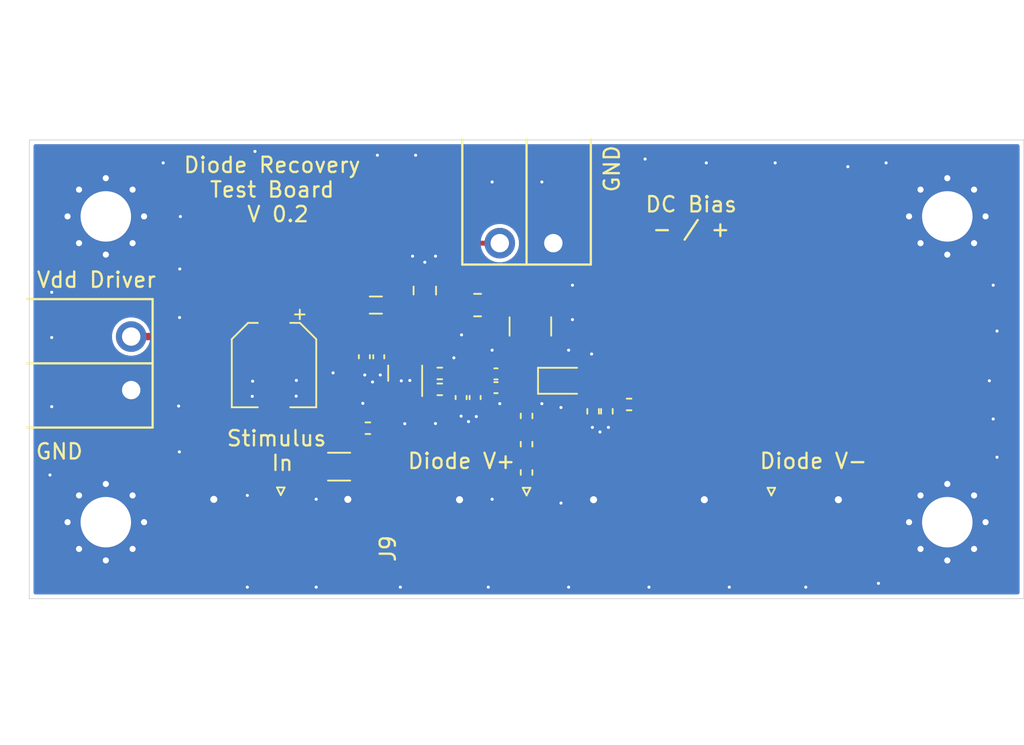
<source format=kicad_pcb>
(kicad_pcb (version 20171130) (host pcbnew 5.1.10-88a1d61d58~90~ubuntu20.04.1)

  (general
    (thickness 1.6)
    (drawings 16)
    (tracks 146)
    (zones 0)
    (modules 32)
    (nets 17)
  )

  (page A4)
  (layers
    (0 F.Cu signal)
    (1 In1.Cu signal)
    (2 In2.Cu signal)
    (31 B.Cu signal)
    (32 B.Adhes user)
    (33 F.Adhes user)
    (34 B.Paste user)
    (35 F.Paste user)
    (36 B.SilkS user)
    (37 F.SilkS user)
    (38 B.Mask user)
    (39 F.Mask user)
    (40 Dwgs.User user)
    (41 Cmts.User user)
    (42 Eco1.User user)
    (43 Eco2.User user)
    (44 Edge.Cuts user)
    (45 Margin user)
    (46 B.CrtYd user)
    (47 F.CrtYd user)
    (48 B.Fab user)
    (49 F.Fab user)
  )

  (setup
    (last_trace_width 0.127)
    (user_trace_width 0.16)
    (user_trace_width 0.24)
    (user_trace_width 0.293)
    (user_trace_width 0.32)
    (user_trace_width 0.48)
    (trace_clearance 0.127)
    (zone_clearance 0.25)
    (zone_45_only no)
    (trace_min 0.127)
    (via_size 0.45)
    (via_drill 0.2)
    (via_min_size 0.45)
    (via_min_drill 0.2)
    (user_via 0.45 0.2)
    (user_via 0.6 0.3)
    (uvia_size 0.3)
    (uvia_drill 0.1)
    (uvias_allowed no)
    (uvia_min_size 0.2)
    (uvia_min_drill 0.1)
    (edge_width 0.05)
    (segment_width 0.2)
    (pcb_text_width 0.3)
    (pcb_text_size 1.5 1.5)
    (mod_edge_width 0.12)
    (mod_text_size 1 1)
    (mod_text_width 0.15)
    (pad_size 1.524 1.524)
    (pad_drill 0.762)
    (pad_to_mask_clearance 0)
    (aux_axis_origin 0 0)
    (visible_elements 7FFFFFFF)
    (pcbplotparams
      (layerselection 0x010fc_ffffffff)
      (usegerberextensions false)
      (usegerberattributes true)
      (usegerberadvancedattributes true)
      (creategerberjobfile true)
      (excludeedgelayer true)
      (linewidth 0.100000)
      (plotframeref false)
      (viasonmask false)
      (mode 1)
      (useauxorigin false)
      (hpglpennumber 1)
      (hpglpenspeed 20)
      (hpglpendiameter 15.000000)
      (psnegative false)
      (psa4output false)
      (plotreference true)
      (plotvalue true)
      (plotinvisibletext false)
      (padsonsilk false)
      (subtractmaskfromsilk false)
      (outputformat 1)
      (mirror false)
      (drillshape 1)
      (scaleselection 1)
      (outputdirectory ""))
  )

  (net 0 "")
  (net 1 "Net-(C1-Pad2)")
  (net 2 GND)
  (net 3 "Net-(C3-Pad1)")
  (net 4 "Net-(J3-Pad1)")
  (net 5 "Net-(L1-Pad2)")
  (net 6 "Net-(R3-Pad1)")
  (net 7 "Net-(R5-Pad1)")
  (net 8 "Net-(J4-Pad1)")
  (net 9 /DIODE+)
  (net 10 /DIODE-)
  (net 11 "Net-(FB1-Pad2)")
  (net 12 Vdd_driver)
  (net 13 Driver_IN)
  (net 14 "Net-(R1-Pad1)")
  (net 15 "Net-(J9-Pad1)")
  (net 16 "Net-(R9-Pad1)")

  (net_class Default "This is the default net class."
    (clearance 0.127)
    (trace_width 0.127)
    (via_dia 0.45)
    (via_drill 0.2)
    (uvia_dia 0.3)
    (uvia_drill 0.1)
    (add_net /DIODE+)
    (add_net /DIODE-)
    (add_net Driver_IN)
    (add_net GND)
    (add_net "Net-(C1-Pad2)")
    (add_net "Net-(C3-Pad1)")
    (add_net "Net-(FB1-Pad2)")
    (add_net "Net-(J3-Pad1)")
    (add_net "Net-(J4-Pad1)")
    (add_net "Net-(J9-Pad1)")
    (add_net "Net-(L1-Pad2)")
    (add_net "Net-(R1-Pad1)")
    (add_net "Net-(R3-Pad1)")
    (add_net "Net-(R5-Pad1)")
    (add_net "Net-(R9-Pad1)")
    (add_net Vdd_driver)
  )

  (module Capacitor_SMD:C_0402_1005Metric (layer F.Cu) (tedit 5F68FEEE) (tstamp 5FCE0F40)
    (at 81.8388 130.4316 270)
    (descr "Capacitor SMD 0402 (1005 Metric), square (rectangular) end terminal, IPC_7351 nominal, (Body size source: IPC-SM-782 page 76, https://www.pcb-3d.com/wordpress/wp-content/uploads/ipc-sm-782a_amendment_1_and_2.pdf), generated with kicad-footprint-generator")
    (tags capacitor)
    (path /5FD482CE)
    (attr smd)
    (fp_text reference C5 (at -1.4605 0.381 180) (layer F.SilkS) hide
      (effects (font (size 1 1) (thickness 0.15)))
    )
    (fp_text value 1u (at 1.651 0.127 180) (layer F.Fab) hide
      (effects (font (size 1 1) (thickness 0.15)))
    )
    (fp_line (start -0.5 0.25) (end -0.5 -0.25) (layer F.Fab) (width 0.1))
    (fp_line (start -0.5 -0.25) (end 0.5 -0.25) (layer F.Fab) (width 0.1))
    (fp_line (start 0.5 -0.25) (end 0.5 0.25) (layer F.Fab) (width 0.1))
    (fp_line (start 0.5 0.25) (end -0.5 0.25) (layer F.Fab) (width 0.1))
    (fp_line (start -0.107836 -0.36) (end 0.107836 -0.36) (layer F.SilkS) (width 0.12))
    (fp_line (start -0.107836 0.36) (end 0.107836 0.36) (layer F.SilkS) (width 0.12))
    (fp_line (start -0.91 0.46) (end -0.91 -0.46) (layer F.CrtYd) (width 0.05))
    (fp_line (start -0.91 -0.46) (end 0.91 -0.46) (layer F.CrtYd) (width 0.05))
    (fp_line (start 0.91 -0.46) (end 0.91 0.46) (layer F.CrtYd) (width 0.05))
    (fp_line (start 0.91 0.46) (end -0.91 0.46) (layer F.CrtYd) (width 0.05))
    (fp_text user %R (at 0 0 90) (layer F.Fab)
      (effects (font (size 0.25 0.25) (thickness 0.04)))
    )
    (pad 2 smd roundrect (at 0.48 0 270) (size 0.56 0.62) (layers F.Cu F.Paste F.Mask) (roundrect_rratio 0.25)
      (net 2 GND))
    (pad 1 smd roundrect (at -0.48 0 270) (size 0.56 0.62) (layers F.Cu F.Paste F.Mask) (roundrect_rratio 0.25)
      (net 12 Vdd_driver))
    (model ${KISYS3DMOD}/Capacitor_SMD.3dshapes/C_0402_1005Metric.wrl
      (at (xyz 0 0 0))
      (scale (xyz 1 1 1))
      (rotate (xyz 0 0 0))
    )
  )

  (module wbraun_smd:Terminal-block-plug_2x1_3.5mm-pitch (layer F.Cu) (tedit 5C4539EA) (tstamp 5FCF2044)
    (at 65.659 130.8608 90)
    (tags "connector header terminal block")
    (path /5FD108DB)
    (fp_text reference J1 (at 0 -2.5 90) (layer F.SilkS) hide
      (effects (font (size 1 1) (thickness 0.15)))
    )
    (fp_text value Conn_01x02_Female (at -0.5 -5 90) (layer F.Fab) hide
      (effects (font (size 1 1) (thickness 0.15)))
    )
    (fp_line (start 0 1.4) (end 0 -6.8) (layer F.SilkS) (width 0.15))
    (fp_line (start -4.2 1.4) (end -4.2 -8) (layer F.Fab) (width 0.15))
    (fp_line (start 4.2 1.4) (end 4.2 -8) (layer F.Fab) (width 0.15))
    (fp_line (start 4.2 -8) (end -4.2 -8) (layer F.Fab) (width 0.15))
    (fp_line (start -4.2 1.4) (end 4.2 1.4) (layer F.SilkS) (width 0.15))
    (fp_line (start 4.2 1.4) (end 4.2 -6.8) (layer F.SilkS) (width 0.15))
    (fp_line (start -4.2 -6.8) (end -4.2 1.4) (layer F.SilkS) (width 0.15))
    (fp_line (start -4.2 1.4) (end 4.2 1.4) (layer F.Fab) (width 0.15))
    (fp_line (start -4.7 1.9) (end -4.7 -8.5) (layer F.CrtYd) (width 0.15))
    (fp_line (start -4.7 -8.5) (end 4.7 -8.5) (layer F.CrtYd) (width 0.15))
    (fp_line (start 4.7 -8.5) (end 4.7 1.9) (layer F.CrtYd) (width 0.15))
    (fp_line (start 4.7 1.9) (end -4.7 1.9) (layer F.CrtYd) (width 0.15))
    (pad 2 thru_hole circle (at 1.75 0 90) (size 2 2) (drill 1.2) (layers *.Cu *.Mask)
      (net 12 Vdd_driver))
    (pad 1 thru_hole circle (at -1.75 0 90) (size 2 2) (drill 1.2) (layers *.Cu *.Mask)
      (net 2 GND))
  )

  (module Resistor_SMD:R_0402_1005Metric (layer F.Cu) (tedit 5F68FEEE) (tstamp 5FCF366D)
    (at 81.1296 135.1026 180)
    (descr "Resistor SMD 0402 (1005 Metric), square (rectangular) end terminal, IPC_7351 nominal, (Body size source: IPC-SM-782 page 72, https://www.pcb-3d.com/wordpress/wp-content/uploads/ipc-sm-782a_amendment_1_and_2.pdf), generated with kicad-footprint-generator")
    (tags resistor)
    (path /5FD3D60A)
    (attr smd)
    (fp_text reference R11 (at 0 -1.17) (layer F.SilkS) hide
      (effects (font (size 1 1) (thickness 0.15)))
    )
    (fp_text value 47 (at 0 1.17) (layer F.Fab) hide
      (effects (font (size 1 1) (thickness 0.15)))
    )
    (fp_line (start -0.525 0.27) (end -0.525 -0.27) (layer F.Fab) (width 0.1))
    (fp_line (start -0.525 -0.27) (end 0.525 -0.27) (layer F.Fab) (width 0.1))
    (fp_line (start 0.525 -0.27) (end 0.525 0.27) (layer F.Fab) (width 0.1))
    (fp_line (start 0.525 0.27) (end -0.525 0.27) (layer F.Fab) (width 0.1))
    (fp_line (start -0.153641 -0.38) (end 0.153641 -0.38) (layer F.SilkS) (width 0.12))
    (fp_line (start -0.153641 0.38) (end 0.153641 0.38) (layer F.SilkS) (width 0.12))
    (fp_line (start -0.93 0.47) (end -0.93 -0.47) (layer F.CrtYd) (width 0.05))
    (fp_line (start -0.93 -0.47) (end 0.93 -0.47) (layer F.CrtYd) (width 0.05))
    (fp_line (start 0.93 -0.47) (end 0.93 0.47) (layer F.CrtYd) (width 0.05))
    (fp_line (start 0.93 0.47) (end -0.93 0.47) (layer F.CrtYd) (width 0.05))
    (fp_text user %R (at 0 0) (layer F.Fab)
      (effects (font (size 0.26 0.26) (thickness 0.04)))
    )
    (pad 2 smd roundrect (at 0.51 0 180) (size 0.54 0.64) (layers F.Cu F.Paste F.Mask) (roundrect_rratio 0.25)
      (net 15 "Net-(J9-Pad1)"))
    (pad 1 smd roundrect (at -0.51 0 180) (size 0.54 0.64) (layers F.Cu F.Paste F.Mask) (roundrect_rratio 0.25)
      (net 13 Driver_IN))
    (model ${KISYS3DMOD}/Resistor_SMD.3dshapes/R_0402_1005Metric.wrl
      (at (xyz 0 0 0))
      (scale (xyz 1 1 1))
      (rotate (xyz 0 0 0))
    )
  )

  (module Resistor_SMD:R_1206_3216Metric (layer F.Cu) (tedit 5F68FEEE) (tstamp 5FCF35E0)
    (at 79.248 137.6172)
    (descr "Resistor SMD 1206 (3216 Metric), square (rectangular) end terminal, IPC_7351 nominal, (Body size source: IPC-SM-782 page 72, https://www.pcb-3d.com/wordpress/wp-content/uploads/ipc-sm-782a_amendment_1_and_2.pdf), generated with kicad-footprint-generator")
    (tags resistor)
    (path /5FD3C7DF)
    (attr smd)
    (fp_text reference R10 (at 0 -1.82) (layer F.SilkS) hide
      (effects (font (size 1 1) (thickness 0.15)))
    )
    (fp_text value 47 (at 0 1.82) (layer F.Fab) hide
      (effects (font (size 1 1) (thickness 0.15)))
    )
    (fp_line (start -1.6 0.8) (end -1.6 -0.8) (layer F.Fab) (width 0.1))
    (fp_line (start -1.6 -0.8) (end 1.6 -0.8) (layer F.Fab) (width 0.1))
    (fp_line (start 1.6 -0.8) (end 1.6 0.8) (layer F.Fab) (width 0.1))
    (fp_line (start 1.6 0.8) (end -1.6 0.8) (layer F.Fab) (width 0.1))
    (fp_line (start -0.727064 -0.91) (end 0.727064 -0.91) (layer F.SilkS) (width 0.12))
    (fp_line (start -0.727064 0.91) (end 0.727064 0.91) (layer F.SilkS) (width 0.12))
    (fp_line (start -2.28 1.12) (end -2.28 -1.12) (layer F.CrtYd) (width 0.05))
    (fp_line (start -2.28 -1.12) (end 2.28 -1.12) (layer F.CrtYd) (width 0.05))
    (fp_line (start 2.28 -1.12) (end 2.28 1.12) (layer F.CrtYd) (width 0.05))
    (fp_line (start 2.28 1.12) (end -2.28 1.12) (layer F.CrtYd) (width 0.05))
    (fp_text user %R (at 0 0) (layer F.Fab)
      (effects (font (size 0.8 0.8) (thickness 0.12)))
    )
    (pad 2 smd roundrect (at 1.4625 0) (size 1.125 1.75) (layers F.Cu F.Paste F.Mask) (roundrect_rratio 0.222222)
      (net 2 GND))
    (pad 1 smd roundrect (at -1.4625 0) (size 1.125 1.75) (layers F.Cu F.Paste F.Mask) (roundrect_rratio 0.222222)
      (net 15 "Net-(J9-Pad1)"))
    (model ${KISYS3DMOD}/Resistor_SMD.3dshapes/R_1206_3216Metric.wrl
      (at (xyz 0 0 0))
      (scale (xyz 1 1 1))
      (rotate (xyz 0 0 0))
    )
  )

  (module Capacitor_SMD:CP_Elec_5x5.8 (layer F.Cu) (tedit 5BCA39CF) (tstamp 5FCF2F5C)
    (at 74.9935 130.9751 270)
    (descr "SMD capacitor, aluminum electrolytic, Panasonic, 5.0x5.8mm")
    (tags "capacitor electrolytic")
    (path /5FD34C92)
    (attr smd)
    (fp_text reference C8 (at 0 -3.7 90) (layer F.SilkS) hide
      (effects (font (size 1 1) (thickness 0.15)))
    )
    (fp_text value 22u (at 0 3.7 90) (layer F.Fab) hide
      (effects (font (size 1 1) (thickness 0.15)))
    )
    (fp_circle (center 0 0) (end 2.5 0) (layer F.Fab) (width 0.1))
    (fp_line (start 2.65 -2.65) (end 2.65 2.65) (layer F.Fab) (width 0.1))
    (fp_line (start -1.65 -2.65) (end 2.65 -2.65) (layer F.Fab) (width 0.1))
    (fp_line (start -1.65 2.65) (end 2.65 2.65) (layer F.Fab) (width 0.1))
    (fp_line (start -2.65 -1.65) (end -2.65 1.65) (layer F.Fab) (width 0.1))
    (fp_line (start -2.65 -1.65) (end -1.65 -2.65) (layer F.Fab) (width 0.1))
    (fp_line (start -2.65 1.65) (end -1.65 2.65) (layer F.Fab) (width 0.1))
    (fp_line (start -2.033956 -1.2) (end -1.533956 -1.2) (layer F.Fab) (width 0.1))
    (fp_line (start -1.783956 -1.45) (end -1.783956 -0.95) (layer F.Fab) (width 0.1))
    (fp_line (start 2.76 2.76) (end 2.76 1.06) (layer F.SilkS) (width 0.12))
    (fp_line (start 2.76 -2.76) (end 2.76 -1.06) (layer F.SilkS) (width 0.12))
    (fp_line (start -1.695563 -2.76) (end 2.76 -2.76) (layer F.SilkS) (width 0.12))
    (fp_line (start -1.695563 2.76) (end 2.76 2.76) (layer F.SilkS) (width 0.12))
    (fp_line (start -2.76 1.695563) (end -2.76 1.06) (layer F.SilkS) (width 0.12))
    (fp_line (start -2.76 -1.695563) (end -2.76 -1.06) (layer F.SilkS) (width 0.12))
    (fp_line (start -2.76 -1.695563) (end -1.695563 -2.76) (layer F.SilkS) (width 0.12))
    (fp_line (start -2.76 1.695563) (end -1.695563 2.76) (layer F.SilkS) (width 0.12))
    (fp_line (start -3.625 -1.685) (end -3 -1.685) (layer F.SilkS) (width 0.12))
    (fp_line (start -3.3125 -1.9975) (end -3.3125 -1.3725) (layer F.SilkS) (width 0.12))
    (fp_line (start 2.9 -2.9) (end 2.9 -1.05) (layer F.CrtYd) (width 0.05))
    (fp_line (start 2.9 -1.05) (end 3.95 -1.05) (layer F.CrtYd) (width 0.05))
    (fp_line (start 3.95 -1.05) (end 3.95 1.05) (layer F.CrtYd) (width 0.05))
    (fp_line (start 3.95 1.05) (end 2.9 1.05) (layer F.CrtYd) (width 0.05))
    (fp_line (start 2.9 1.05) (end 2.9 2.9) (layer F.CrtYd) (width 0.05))
    (fp_line (start -1.75 2.9) (end 2.9 2.9) (layer F.CrtYd) (width 0.05))
    (fp_line (start -1.75 -2.9) (end 2.9 -2.9) (layer F.CrtYd) (width 0.05))
    (fp_line (start -2.9 1.75) (end -1.75 2.9) (layer F.CrtYd) (width 0.05))
    (fp_line (start -2.9 -1.75) (end -1.75 -2.9) (layer F.CrtYd) (width 0.05))
    (fp_line (start -2.9 -1.75) (end -2.9 -1.05) (layer F.CrtYd) (width 0.05))
    (fp_line (start -2.9 1.05) (end -2.9 1.75) (layer F.CrtYd) (width 0.05))
    (fp_line (start -2.9 -1.05) (end -3.95 -1.05) (layer F.CrtYd) (width 0.05))
    (fp_line (start -3.95 -1.05) (end -3.95 1.05) (layer F.CrtYd) (width 0.05))
    (fp_line (start -3.95 1.05) (end -2.9 1.05) (layer F.CrtYd) (width 0.05))
    (fp_text user %R (at -0.0508 -1.1176 90) (layer F.Fab) hide
      (effects (font (size 1 1) (thickness 0.15)))
    )
    (pad 2 smd roundrect (at 2.2 0 270) (size 3 1.6) (layers F.Cu F.Paste F.Mask) (roundrect_rratio 0.15625)
      (net 2 GND))
    (pad 1 smd roundrect (at -2.2 0 270) (size 3 1.6) (layers F.Cu F.Paste F.Mask) (roundrect_rratio 0.15625)
      (net 12 Vdd_driver))
    (model ${KISYS3DMOD}/Capacitor_SMD.3dshapes/CP_Elec_5x5.8.wrl
      (at (xyz 0 0 0))
      (scale (xyz 1 1 1))
      (rotate (xyz 0 0 0))
    )
  )

  (module Package_DFN_QFN:DFN-8-1EP_2x2mm_P0.5mm_EP0.9x1.3mm (layer F.Cu) (tedit 5DC5F54E) (tstamp 5FCE9D33)
    (at 83.566 132.0038 90)
    (descr "DFN, 8 Pin (https://www.onsemi.com/pub/Collateral/NB3N551-D.PDF#page=7), generated with kicad-footprint-generator ipc_noLead_generator.py")
    (tags "DFN NoLead")
    (path /5FCF484B)
    (attr smd)
    (fp_text reference U1 (at 0 -1.95 90) (layer F.SilkS) hide
      (effects (font (size 1 1) (thickness 0.15)))
    )
    (fp_text value NCP81074 (at 2.81 2.9805 90) (layer F.Fab) hide
      (effects (font (size 1 1) (thickness 0.15)))
    )
    (fp_line (start 1.6 -1.25) (end -1.6 -1.25) (layer F.CrtYd) (width 0.05))
    (fp_line (start 1.6 1.25) (end 1.6 -1.25) (layer F.CrtYd) (width 0.05))
    (fp_line (start -1.6 1.25) (end 1.6 1.25) (layer F.CrtYd) (width 0.05))
    (fp_line (start -1.6 -1.25) (end -1.6 1.25) (layer F.CrtYd) (width 0.05))
    (fp_line (start -1 -0.5) (end -0.5 -1) (layer F.Fab) (width 0.1))
    (fp_line (start -1 1) (end -1 -0.5) (layer F.Fab) (width 0.1))
    (fp_line (start 1 1) (end -1 1) (layer F.Fab) (width 0.1))
    (fp_line (start 1 -1) (end 1 1) (layer F.Fab) (width 0.1))
    (fp_line (start -0.5 -1) (end 1 -1) (layer F.Fab) (width 0.1))
    (fp_line (start -1 1.11) (end 1 1.11) (layer F.SilkS) (width 0.12))
    (fp_line (start 0 -1.11) (end 1 -1.11) (layer F.SilkS) (width 0.12))
    (fp_text user %R (at -1.0635 1.5835 90) (layer F.Fab) hide
      (effects (font (size 0.5 0.5) (thickness 0.08)))
    )
    (pad "" smd roundrect (at 0.225 0.325 90) (size 0.36 0.52) (layers F.Paste) (roundrect_rratio 0.25))
    (pad "" smd roundrect (at 0.225 -0.325 90) (size 0.36 0.52) (layers F.Paste) (roundrect_rratio 0.25))
    (pad "" smd roundrect (at -0.225 0.325 90) (size 0.36 0.52) (layers F.Paste) (roundrect_rratio 0.25))
    (pad "" smd roundrect (at -0.225 -0.325 90) (size 0.36 0.52) (layers F.Paste) (roundrect_rratio 0.25))
    (pad 9 smd rect (at 0 0 90) (size 0.9 1.3) (layers F.Cu F.Mask)
      (net 2 GND))
    (pad 8 smd roundrect (at 1 -0.75 90) (size 0.7 0.25) (layers F.Cu F.Paste F.Mask) (roundrect_rratio 0.25)
      (net 2 GND))
    (pad 7 smd roundrect (at 1 -0.25 90) (size 0.7 0.25) (layers F.Cu F.Paste F.Mask) (roundrect_rratio 0.25)
      (net 12 Vdd_driver))
    (pad 6 smd roundrect (at 1 0.25 90) (size 0.7 0.25) (layers F.Cu F.Paste F.Mask) (roundrect_rratio 0.25)
      (net 12 Vdd_driver))
    (pad 5 smd roundrect (at 1 0.75 90) (size 0.7 0.25) (layers F.Cu F.Paste F.Mask) (roundrect_rratio 0.25)
      (net 16 "Net-(R9-Pad1)"))
    (pad 4 smd roundrect (at -1 0.75 90) (size 0.7 0.25) (layers F.Cu F.Paste F.Mask) (roundrect_rratio 0.25)
      (net 14 "Net-(R1-Pad1)"))
    (pad 3 smd roundrect (at -1 0.25 90) (size 0.7 0.25) (layers F.Cu F.Paste F.Mask) (roundrect_rratio 0.25)
      (net 2 GND))
    (pad 2 smd roundrect (at -1 -0.25 90) (size 0.7 0.25) (layers F.Cu F.Paste F.Mask) (roundrect_rratio 0.25)
      (net 2 GND))
    (pad 1 smd roundrect (at -1 -0.75 90) (size 0.7 0.25) (layers F.Cu F.Paste F.Mask) (roundrect_rratio 0.25)
      (net 13 Driver_IN))
    (model ${KISYS3DMOD}/Package_DFN_QFN.3dshapes/DFN-8-1EP_2x2mm_P0.5mm_EP0.9x1.3mm.wrl
      (at (xyz 0 0 0))
      (scale (xyz 1 1 1))
      (rotate (xyz 0 0 0))
    )
  )

  (module Resistor_SMD:R_0402_1005Metric (layer F.Cu) (tedit 5F68FEEE) (tstamp 5FCE1292)
    (at 85.8286 131.5212)
    (descr "Resistor SMD 0402 (1005 Metric), square (rectangular) end terminal, IPC_7351 nominal, (Body size source: IPC-SM-782 page 72, https://www.pcb-3d.com/wordpress/wp-content/uploads/ipc-sm-782a_amendment_1_and_2.pdf), generated with kicad-footprint-generator")
    (tags resistor)
    (path /5FD5981F)
    (attr smd)
    (fp_text reference R9 (at 0.0635 -2.2225) (layer F.SilkS) hide
      (effects (font (size 1 1) (thickness 0.15)))
    )
    (fp_text value 1 (at -0.1905 1.7145) (layer F.Fab) hide
      (effects (font (size 1 1) (thickness 0.15)))
    )
    (fp_line (start -0.525 0.27) (end -0.525 -0.27) (layer F.Fab) (width 0.1))
    (fp_line (start -0.525 -0.27) (end 0.525 -0.27) (layer F.Fab) (width 0.1))
    (fp_line (start 0.525 -0.27) (end 0.525 0.27) (layer F.Fab) (width 0.1))
    (fp_line (start 0.525 0.27) (end -0.525 0.27) (layer F.Fab) (width 0.1))
    (fp_line (start -0.153641 -0.38) (end 0.153641 -0.38) (layer F.SilkS) (width 0.12))
    (fp_line (start -0.153641 0.38) (end 0.153641 0.38) (layer F.SilkS) (width 0.12))
    (fp_line (start -0.93 0.47) (end -0.93 -0.47) (layer F.CrtYd) (width 0.05))
    (fp_line (start -0.93 -0.47) (end 0.93 -0.47) (layer F.CrtYd) (width 0.05))
    (fp_line (start 0.93 -0.47) (end 0.93 0.47) (layer F.CrtYd) (width 0.05))
    (fp_line (start 0.93 0.47) (end -0.93 0.47) (layer F.CrtYd) (width 0.05))
    (fp_text user %R (at 0 0) (layer F.Fab)
      (effects (font (size 0.26 0.26) (thickness 0.04)))
    )
    (pad 2 smd roundrect (at 0.51 0) (size 0.54 0.64) (layers F.Cu F.Paste F.Mask) (roundrect_rratio 0.25)
      (net 1 "Net-(C1-Pad2)"))
    (pad 1 smd roundrect (at -0.51 0) (size 0.54 0.64) (layers F.Cu F.Paste F.Mask) (roundrect_rratio 0.25)
      (net 16 "Net-(R9-Pad1)"))
    (model ${KISYS3DMOD}/Resistor_SMD.3dshapes/R_0402_1005Metric.wrl
      (at (xyz 0 0 0))
      (scale (xyz 1 1 1))
      (rotate (xyz 0 0 0))
    )
  )

  (module Resistor_SMD:R_0402_1005Metric (layer F.Cu) (tedit 5F68FEEE) (tstamp 5FCE11A1)
    (at 85.8286 132.5626)
    (descr "Resistor SMD 0402 (1005 Metric), square (rectangular) end terminal, IPC_7351 nominal, (Body size source: IPC-SM-782 page 72, https://www.pcb-3d.com/wordpress/wp-content/uploads/ipc-sm-782a_amendment_1_and_2.pdf), generated with kicad-footprint-generator")
    (tags resistor)
    (path /5FD58426)
    (attr smd)
    (fp_text reference R1 (at 0.0635 -2.54) (layer F.SilkS) hide
      (effects (font (size 1 1) (thickness 0.15)))
    )
    (fp_text value 1 (at -0.127 2.794) (layer F.Fab) hide
      (effects (font (size 1 1) (thickness 0.15)))
    )
    (fp_line (start -0.525 0.27) (end -0.525 -0.27) (layer F.Fab) (width 0.1))
    (fp_line (start -0.525 -0.27) (end 0.525 -0.27) (layer F.Fab) (width 0.1))
    (fp_line (start 0.525 -0.27) (end 0.525 0.27) (layer F.Fab) (width 0.1))
    (fp_line (start 0.525 0.27) (end -0.525 0.27) (layer F.Fab) (width 0.1))
    (fp_line (start -0.153641 -0.38) (end 0.153641 -0.38) (layer F.SilkS) (width 0.12))
    (fp_line (start -0.153641 0.38) (end 0.153641 0.38) (layer F.SilkS) (width 0.12))
    (fp_line (start -0.93 0.47) (end -0.93 -0.47) (layer F.CrtYd) (width 0.05))
    (fp_line (start -0.93 -0.47) (end 0.93 -0.47) (layer F.CrtYd) (width 0.05))
    (fp_line (start 0.93 -0.47) (end 0.93 0.47) (layer F.CrtYd) (width 0.05))
    (fp_line (start 0.93 0.47) (end -0.93 0.47) (layer F.CrtYd) (width 0.05))
    (fp_text user %R (at 0 0) (layer F.Fab)
      (effects (font (size 0.26 0.26) (thickness 0.04)))
    )
    (pad 2 smd roundrect (at 0.51 0) (size 0.54 0.64) (layers F.Cu F.Paste F.Mask) (roundrect_rratio 0.25)
      (net 1 "Net-(C1-Pad2)"))
    (pad 1 smd roundrect (at -0.51 0) (size 0.54 0.64) (layers F.Cu F.Paste F.Mask) (roundrect_rratio 0.25)
      (net 14 "Net-(R1-Pad1)"))
    (model ${KISYS3DMOD}/Resistor_SMD.3dshapes/R_0402_1005Metric.wrl
      (at (xyz 0 0 0))
      (scale (xyz 1 1 1))
      (rotate (xyz 0 0 0))
    )
  )

  (module Connector_Coaxial:SMA_Molex_73251-1153_EdgeMount_Horizontal (layer F.Cu) (tedit 5A1B666F) (tstamp 5FCE1CD5)
    (at 75.438 141.478 90)
    (descr "Molex SMA RF Connectors, Edge Mount, (http://www.molex.com/pdm_docs/sd/732511150_sd.pdf)")
    (tags "sma edge")
    (path /5FD2844C)
    (attr smd)
    (fp_text reference J9 (at -1.5 7 90) (layer F.SilkS)
      (effects (font (size 1 1) (thickness 0.15)))
    )
    (fp_text value Conn_Coaxial (at -1.72 -7.11 90) (layer F.Fab)
      (effects (font (size 1 1) (thickness 0.15)))
    )
    (fp_line (start 2.5 0.25) (end 2.5 -0.25) (layer F.Fab) (width 0.1))
    (fp_line (start 2 0) (end 2.5 0.25) (layer F.Fab) (width 0.1))
    (fp_line (start 2.5 -0.25) (end 2 0) (layer F.Fab) (width 0.1))
    (fp_line (start 2.5 0.25) (end 2 0) (layer F.SilkS) (width 0.12))
    (fp_line (start 2.5 -0.25) (end 2.5 0.25) (layer F.SilkS) (width 0.12))
    (fp_line (start 2 0) (end 2.5 -0.25) (layer F.SilkS) (width 0.12))
    (fp_line (start -4.76 -0.38) (end 0.49 -0.38) (layer F.Fab) (width 0.1))
    (fp_line (start -4.76 0.38) (end 0.49 0.38) (layer F.Fab) (width 0.1))
    (fp_line (start 0.49 -0.38) (end 0.49 0.38) (layer F.Fab) (width 0.1))
    (fp_line (start 0.49 3.75) (end 0.49 4.76) (layer F.Fab) (width 0.1))
    (fp_line (start 0.49 -4.76) (end 0.49 -3.75) (layer F.Fab) (width 0.1))
    (fp_line (start -14.29 -6.09) (end -14.29 6.09) (layer F.CrtYd) (width 0.05))
    (fp_line (start -14.29 6.09) (end 2.71 6.09) (layer F.CrtYd) (width 0.05))
    (fp_line (start 2.71 -6.09) (end 2.71 6.09) (layer B.CrtYd) (width 0.05))
    (fp_line (start -14.29 -6.09) (end 2.71 -6.09) (layer B.CrtYd) (width 0.05))
    (fp_line (start -14.29 -6.09) (end -14.29 6.09) (layer B.CrtYd) (width 0.05))
    (fp_line (start -14.29 6.09) (end 2.71 6.09) (layer B.CrtYd) (width 0.05))
    (fp_line (start 2.71 -6.09) (end 2.71 6.09) (layer F.CrtYd) (width 0.05))
    (fp_line (start 2.71 -6.09) (end -14.29 -6.09) (layer F.CrtYd) (width 0.05))
    (fp_line (start -4.76 -3.75) (end 0.49 -3.75) (layer F.Fab) (width 0.1))
    (fp_line (start -4.76 3.75) (end 0.49 3.75) (layer F.Fab) (width 0.1))
    (fp_line (start -13.79 -2.65) (end -5.91 -2.65) (layer F.Fab) (width 0.1))
    (fp_line (start -13.79 -2.65) (end -13.79 2.65) (layer F.Fab) (width 0.1))
    (fp_line (start -13.79 2.65) (end -5.91 2.65) (layer F.Fab) (width 0.1))
    (fp_line (start -4.76 -3.75) (end -4.76 3.75) (layer F.Fab) (width 0.1))
    (fp_line (start 0.49 -4.76) (end -5.91 -4.76) (layer F.Fab) (width 0.1))
    (fp_line (start -5.91 -4.76) (end -5.91 4.76) (layer F.Fab) (width 0.1))
    (fp_line (start -5.91 4.76) (end 0.49 4.76) (layer F.Fab) (width 0.1))
    (fp_text user %R (at -1.5 7 90) (layer F.Fab)
      (effects (font (size 1 1) (thickness 0.15)))
    )
    (pad 2 smd rect (at 1.27 4.38 90) (size 0.95 0.46) (layers B.Cu)
      (net 2 GND))
    (pad 2 smd rect (at 1.27 -4.38 90) (size 0.95 0.46) (layers B.Cu)
      (net 2 GND))
    (pad 2 smd rect (at 1.27 4.38 90) (size 0.95 0.46) (layers F.Cu)
      (net 2 GND))
    (pad 2 smd rect (at 1.27 -4.38 90) (size 0.95 0.46) (layers F.Cu)
      (net 2 GND))
    (pad 2 thru_hole circle (at 1.72 4.38 90) (size 0.97 0.97) (drill 0.46) (layers *.Cu)
      (net 2 GND))
    (pad 2 thru_hole circle (at 1.72 -4.38 90) (size 0.97 0.97) (drill 0.46) (layers *.Cu)
      (net 2 GND))
    (pad 2 smd rect (at -1.72 4.38 90) (size 5.08 2.42) (layers B.Cu B.Paste B.Mask)
      (net 2 GND))
    (pad 2 smd rect (at -1.72 -4.38 90) (size 5.08 2.42) (layers B.Cu B.Paste B.Mask)
      (net 2 GND))
    (pad 2 smd rect (at -1.72 4.38 90) (size 5.08 2.42) (layers F.Cu F.Paste F.Mask)
      (net 2 GND))
    (pad 2 smd rect (at -1.72 -4.38 90) (size 5.08 2.42) (layers F.Cu F.Paste F.Mask)
      (net 2 GND))
    (pad 1 smd rect (at -1.72 0 90) (size 5.08 2.29) (layers F.Cu F.Paste F.Mask)
      (net 15 "Net-(J9-Pad1)"))
    (model ${KISYS3DMOD}/Connector_Coaxial.3dshapes/SMA_Molex_73251-1153_EdgeMount_Horizontal.wrl
      (at (xyz 0 0 0))
      (scale (xyz 1 1 1))
      (rotate (xyz 0 0 0))
    )
  )

  (module Capacitor_SMD:C_0402_1005Metric (layer F.Cu) (tedit 5F68FEEE) (tstamp 5FCE0F62)
    (at 87.2236 133.096 270)
    (descr "Capacitor SMD 0402 (1005 Metric), square (rectangular) end terminal, IPC_7351 nominal, (Body size source: IPC-SM-782 page 76, https://www.pcb-3d.com/wordpress/wp-content/uploads/ipc-sm-782a_amendment_1_and_2.pdf), generated with kicad-footprint-generator")
    (tags capacitor)
    (path /5FD92F82)
    (attr smd)
    (fp_text reference C7 (at 1.8415 0 90) (layer F.SilkS) hide
      (effects (font (size 1 1) (thickness 0.15)))
    )
    (fp_text value DNP (at -1.5875 -0.0635 180) (layer F.Fab) hide
      (effects (font (size 1 1) (thickness 0.15)))
    )
    (fp_line (start -0.5 0.25) (end -0.5 -0.25) (layer F.Fab) (width 0.1))
    (fp_line (start -0.5 -0.25) (end 0.5 -0.25) (layer F.Fab) (width 0.1))
    (fp_line (start 0.5 -0.25) (end 0.5 0.25) (layer F.Fab) (width 0.1))
    (fp_line (start 0.5 0.25) (end -0.5 0.25) (layer F.Fab) (width 0.1))
    (fp_line (start -0.107836 -0.36) (end 0.107836 -0.36) (layer F.SilkS) (width 0.12))
    (fp_line (start -0.107836 0.36) (end 0.107836 0.36) (layer F.SilkS) (width 0.12))
    (fp_line (start -0.91 0.46) (end -0.91 -0.46) (layer F.CrtYd) (width 0.05))
    (fp_line (start -0.91 -0.46) (end 0.91 -0.46) (layer F.CrtYd) (width 0.05))
    (fp_line (start 0.91 -0.46) (end 0.91 0.46) (layer F.CrtYd) (width 0.05))
    (fp_line (start 0.91 0.46) (end -0.91 0.46) (layer F.CrtYd) (width 0.05))
    (fp_text user %R (at 0 0 90) (layer F.Fab)
      (effects (font (size 0.25 0.25) (thickness 0.04)))
    )
    (pad 2 smd roundrect (at 0.48 0 270) (size 0.56 0.62) (layers F.Cu F.Paste F.Mask) (roundrect_rratio 0.25)
      (net 2 GND))
    (pad 1 smd roundrect (at -0.48 0 270) (size 0.56 0.62) (layers F.Cu F.Paste F.Mask) (roundrect_rratio 0.25)
      (net 1 "Net-(C1-Pad2)"))
    (model ${KISYS3DMOD}/Capacitor_SMD.3dshapes/C_0402_1005Metric.wrl
      (at (xyz 0 0 0))
      (scale (xyz 1 1 1))
      (rotate (xyz 0 0 0))
    )
  )

  (module Capacitor_SMD:C_0402_1005Metric (layer F.Cu) (tedit 5F68FEEE) (tstamp 5FCE0F51)
    (at 88.138 133.096 270)
    (descr "Capacitor SMD 0402 (1005 Metric), square (rectangular) end terminal, IPC_7351 nominal, (Body size source: IPC-SM-782 page 76, https://www.pcb-3d.com/wordpress/wp-content/uploads/ipc-sm-782a_amendment_1_and_2.pdf), generated with kicad-footprint-generator")
    (tags capacitor)
    (path /5FD91E4C)
    (attr smd)
    (fp_text reference C6 (at 1.8415 -0.254 90) (layer F.SilkS) hide
      (effects (font (size 1 1) (thickness 0.15)))
    )
    (fp_text value DNP (at -2.8956 -0.1016 180) (layer F.Fab) hide
      (effects (font (size 1 1) (thickness 0.15)))
    )
    (fp_line (start -0.5 0.25) (end -0.5 -0.25) (layer F.Fab) (width 0.1))
    (fp_line (start -0.5 -0.25) (end 0.5 -0.25) (layer F.Fab) (width 0.1))
    (fp_line (start 0.5 -0.25) (end 0.5 0.25) (layer F.Fab) (width 0.1))
    (fp_line (start 0.5 0.25) (end -0.5 0.25) (layer F.Fab) (width 0.1))
    (fp_line (start -0.107836 -0.36) (end 0.107836 -0.36) (layer F.SilkS) (width 0.12))
    (fp_line (start -0.107836 0.36) (end 0.107836 0.36) (layer F.SilkS) (width 0.12))
    (fp_line (start -0.91 0.46) (end -0.91 -0.46) (layer F.CrtYd) (width 0.05))
    (fp_line (start -0.91 -0.46) (end 0.91 -0.46) (layer F.CrtYd) (width 0.05))
    (fp_line (start 0.91 -0.46) (end 0.91 0.46) (layer F.CrtYd) (width 0.05))
    (fp_line (start 0.91 0.46) (end -0.91 0.46) (layer F.CrtYd) (width 0.05))
    (fp_text user %R (at 0 0 90) (layer F.Fab)
      (effects (font (size 0.25 0.25) (thickness 0.04)))
    )
    (pad 2 smd roundrect (at 0.48 0 270) (size 0.56 0.62) (layers F.Cu F.Paste F.Mask) (roundrect_rratio 0.25)
      (net 2 GND))
    (pad 1 smd roundrect (at -0.48 0 270) (size 0.56 0.62) (layers F.Cu F.Paste F.Mask) (roundrect_rratio 0.25)
      (net 1 "Net-(C1-Pad2)"))
    (model ${KISYS3DMOD}/Capacitor_SMD.3dshapes/C_0402_1005Metric.wrl
      (at (xyz 0 0 0))
      (scale (xyz 1 1 1))
      (rotate (xyz 0 0 0))
    )
  )

  (module Capacitor_SMD:C_0402_1005Metric (layer F.Cu) (tedit 5F68FEEE) (tstamp 5FCF33BE)
    (at 80.899 130.429 270)
    (descr "Capacitor SMD 0402 (1005 Metric), square (rectangular) end terminal, IPC_7351 nominal, (Body size source: IPC-SM-782 page 76, https://www.pcb-3d.com/wordpress/wp-content/uploads/ipc-sm-782a_amendment_1_and_2.pdf), generated with kicad-footprint-generator")
    (tags capacitor)
    (path /5FD44059)
    (attr smd)
    (fp_text reference C4 (at -1.4605 0.889 180) (layer F.SilkS) hide
      (effects (font (size 1 1) (thickness 0.15)))
    )
    (fp_text value 1u (at 0 1.16 90) (layer F.Fab) hide
      (effects (font (size 1 1) (thickness 0.15)))
    )
    (fp_line (start -0.5 0.25) (end -0.5 -0.25) (layer F.Fab) (width 0.1))
    (fp_line (start -0.5 -0.25) (end 0.5 -0.25) (layer F.Fab) (width 0.1))
    (fp_line (start 0.5 -0.25) (end 0.5 0.25) (layer F.Fab) (width 0.1))
    (fp_line (start 0.5 0.25) (end -0.5 0.25) (layer F.Fab) (width 0.1))
    (fp_line (start -0.107836 -0.36) (end 0.107836 -0.36) (layer F.SilkS) (width 0.12))
    (fp_line (start -0.107836 0.36) (end 0.107836 0.36) (layer F.SilkS) (width 0.12))
    (fp_line (start -0.91 0.46) (end -0.91 -0.46) (layer F.CrtYd) (width 0.05))
    (fp_line (start -0.91 -0.46) (end 0.91 -0.46) (layer F.CrtYd) (width 0.05))
    (fp_line (start 0.91 -0.46) (end 0.91 0.46) (layer F.CrtYd) (width 0.05))
    (fp_line (start 0.91 0.46) (end -0.91 0.46) (layer F.CrtYd) (width 0.05))
    (fp_text user %R (at 0 0 90) (layer F.Fab)
      (effects (font (size 0.25 0.25) (thickness 0.04)))
    )
    (pad 2 smd roundrect (at 0.48 0 270) (size 0.56 0.62) (layers F.Cu F.Paste F.Mask) (roundrect_rratio 0.25)
      (net 2 GND))
    (pad 1 smd roundrect (at -0.48 0 270) (size 0.56 0.62) (layers F.Cu F.Paste F.Mask) (roundrect_rratio 0.25)
      (net 12 Vdd_driver))
    (model ${KISYS3DMOD}/Capacitor_SMD.3dshapes/C_0402_1005Metric.wrl
      (at (xyz 0 0 0))
      (scale (xyz 1 1 1))
      (rotate (xyz 0 0 0))
    )
  )

  (module Inductor_SMD:L_0805_2012Metric (layer F.Cu) (tedit 5F68FEF0) (tstamp 5FC693C0)
    (at 81.65 127.05 180)
    (descr "Inductor SMD 0805 (2012 Metric), square (rectangular) end terminal, IPC_7351 nominal, (Body size source: IPC-SM-782 page 80, https://www.pcb-3d.com/wordpress/wp-content/uploads/ipc-sm-782a_amendment_1_and_2.pdf), generated with kicad-footprint-generator")
    (tags inductor)
    (path /5FCA403B)
    (attr smd)
    (fp_text reference FB1 (at 0 -1.55) (layer F.SilkS) hide
      (effects (font (size 1 1) (thickness 0.15)))
    )
    (fp_text value Ferrite_Bead_Small (at 0 1.55) (layer F.Fab) hide
      (effects (font (size 1 1) (thickness 0.15)))
    )
    (fp_line (start -1 0.45) (end -1 -0.45) (layer F.Fab) (width 0.1))
    (fp_line (start -1 -0.45) (end 1 -0.45) (layer F.Fab) (width 0.1))
    (fp_line (start 1 -0.45) (end 1 0.45) (layer F.Fab) (width 0.1))
    (fp_line (start 1 0.45) (end -1 0.45) (layer F.Fab) (width 0.1))
    (fp_line (start -0.399622 -0.56) (end 0.399622 -0.56) (layer F.SilkS) (width 0.12))
    (fp_line (start -0.399622 0.56) (end 0.399622 0.56) (layer F.SilkS) (width 0.12))
    (fp_line (start -1.75 0.85) (end -1.75 -0.85) (layer F.CrtYd) (width 0.05))
    (fp_line (start -1.75 -0.85) (end 1.75 -0.85) (layer F.CrtYd) (width 0.05))
    (fp_line (start 1.75 -0.85) (end 1.75 0.85) (layer F.CrtYd) (width 0.05))
    (fp_line (start 1.75 0.85) (end -1.75 0.85) (layer F.CrtYd) (width 0.05))
    (fp_text user %R (at 0 0) (layer F.Fab) hide
      (effects (font (size 0.5 0.5) (thickness 0.08)))
    )
    (pad 2 smd roundrect (at 1.0625 0 180) (size 0.875 1.2) (layers F.Cu F.Paste F.Mask) (roundrect_rratio 0.25)
      (net 11 "Net-(FB1-Pad2)"))
    (pad 1 smd roundrect (at -1.0625 0 180) (size 0.875 1.2) (layers F.Cu F.Paste F.Mask) (roundrect_rratio 0.25)
      (net 3 "Net-(C3-Pad1)"))
    (model ${KISYS3DMOD}/Inductor_SMD.3dshapes/L_0805_2012Metric.wrl
      (at (xyz 0 0 0))
      (scale (xyz 1 1 1))
      (rotate (xyz 0 0 0))
    )
  )

  (module wbraun_smd:M3-tight-fit-socket-head (layer F.Cu) (tedit 5CC8CD2B) (tstamp 5FC66D8E)
    (at 64 141.25)
    (tags "mounting hole")
    (path /5FC87B99)
    (fp_text reference J8 (at 0 5.5) (layer F.SilkS) hide
      (effects (font (size 1 1) (thickness 0.15)))
    )
    (fp_text value mounting-hole-grounded (at 0.5 -3.5) (layer F.Fab) hide
      (effects (font (size 1 1) (thickness 0.15)))
    )
    (fp_circle (center 0 0) (end 3.5 0) (layer F.CrtYd) (width 0.3))
    (fp_circle (center 0 0) (end 3.5 0) (layer B.CrtYd) (width 0.3))
    (pad 1 thru_hole circle (at 1.75 1.75) (size 0.8 0.8) (drill 0.4) (layers *.Cu *.Mask)
      (net 2 GND))
    (pad 1 thru_hole circle (at -1.75 -1.75) (size 0.8 0.8) (drill 0.4) (layers *.Cu *.Mask)
      (net 2 GND))
    (pad 1 thru_hole circle (at -1.75 1.75) (size 0.8 0.8) (drill 0.4) (layers *.Cu *.Mask)
      (net 2 GND))
    (pad 1 thru_hole circle (at 0 2.5) (size 0.8 0.8) (drill 0.4) (layers *.Cu *.Mask)
      (net 2 GND))
    (pad 1 thru_hole circle (at -2.5 0) (size 0.8 0.8) (drill 0.4) (layers *.Cu *.Mask)
      (net 2 GND))
    (pad 1 thru_hole circle (at 0 -2.5) (size 0.8 0.8) (drill 0.4) (layers *.Cu *.Mask)
      (net 2 GND))
    (pad 1 thru_hole circle (at 1.75 -1.75) (size 0.8 0.8) (drill 0.4) (layers *.Cu *.Mask)
      (net 2 GND))
    (pad 1 thru_hole circle (at 2.5 0) (size 0.8 0.8) (drill 0.4) (layers *.Cu *.Mask)
      (net 2 GND))
    (pad 1 thru_hole circle (at 0 0) (size 6.4 6.4) (drill 3.3) (layers *.Cu *.Mask)
      (net 2 GND))
  )

  (module wbraun_smd:M3-tight-fit-socket-head (layer F.Cu) (tedit 5CC8CD2B) (tstamp 5FC66D7F)
    (at 64 121.25)
    (tags "mounting hole")
    (path /5FC876DF)
    (fp_text reference J7 (at 0 5.5) (layer F.SilkS) hide
      (effects (font (size 1 1) (thickness 0.15)))
    )
    (fp_text value mounting-hole-grounded (at 0.5 -3.5) (layer F.Fab) hide
      (effects (font (size 1 1) (thickness 0.15)))
    )
    (fp_circle (center 0 0) (end 3.5 0) (layer F.CrtYd) (width 0.3))
    (fp_circle (center 0 0) (end 3.5 0) (layer B.CrtYd) (width 0.3))
    (pad 1 thru_hole circle (at 1.75 1.75) (size 0.8 0.8) (drill 0.4) (layers *.Cu *.Mask)
      (net 2 GND))
    (pad 1 thru_hole circle (at -1.75 -1.75) (size 0.8 0.8) (drill 0.4) (layers *.Cu *.Mask)
      (net 2 GND))
    (pad 1 thru_hole circle (at -1.75 1.75) (size 0.8 0.8) (drill 0.4) (layers *.Cu *.Mask)
      (net 2 GND))
    (pad 1 thru_hole circle (at 0 2.5) (size 0.8 0.8) (drill 0.4) (layers *.Cu *.Mask)
      (net 2 GND))
    (pad 1 thru_hole circle (at -2.5 0) (size 0.8 0.8) (drill 0.4) (layers *.Cu *.Mask)
      (net 2 GND))
    (pad 1 thru_hole circle (at 0 -2.5) (size 0.8 0.8) (drill 0.4) (layers *.Cu *.Mask)
      (net 2 GND))
    (pad 1 thru_hole circle (at 1.75 -1.75) (size 0.8 0.8) (drill 0.4) (layers *.Cu *.Mask)
      (net 2 GND))
    (pad 1 thru_hole circle (at 2.5 0) (size 0.8 0.8) (drill 0.4) (layers *.Cu *.Mask)
      (net 2 GND))
    (pad 1 thru_hole circle (at 0 0) (size 6.4 6.4) (drill 3.3) (layers *.Cu *.Mask)
      (net 2 GND))
  )

  (module wbraun_smd:M3-tight-fit-socket-head (layer F.Cu) (tedit 5CC8CD2B) (tstamp 5FC66D70)
    (at 119 141.25)
    (tags "mounting hole")
    (path /5FC873ED)
    (fp_text reference J6 (at 0 5.5) (layer F.SilkS) hide
      (effects (font (size 1 1) (thickness 0.15)))
    )
    (fp_text value mounting-hole-grounded (at 0.5 -3.5) (layer F.Fab) hide
      (effects (font (size 1 1) (thickness 0.15)))
    )
    (fp_circle (center 0 0) (end 3.5 0) (layer F.CrtYd) (width 0.3))
    (fp_circle (center 0 0) (end 3.5 0) (layer B.CrtYd) (width 0.3))
    (pad 1 thru_hole circle (at 1.75 1.75) (size 0.8 0.8) (drill 0.4) (layers *.Cu *.Mask)
      (net 2 GND))
    (pad 1 thru_hole circle (at -1.75 -1.75) (size 0.8 0.8) (drill 0.4) (layers *.Cu *.Mask)
      (net 2 GND))
    (pad 1 thru_hole circle (at -1.75 1.75) (size 0.8 0.8) (drill 0.4) (layers *.Cu *.Mask)
      (net 2 GND))
    (pad 1 thru_hole circle (at 0 2.5) (size 0.8 0.8) (drill 0.4) (layers *.Cu *.Mask)
      (net 2 GND))
    (pad 1 thru_hole circle (at -2.5 0) (size 0.8 0.8) (drill 0.4) (layers *.Cu *.Mask)
      (net 2 GND))
    (pad 1 thru_hole circle (at 0 -2.5) (size 0.8 0.8) (drill 0.4) (layers *.Cu *.Mask)
      (net 2 GND))
    (pad 1 thru_hole circle (at 1.75 -1.75) (size 0.8 0.8) (drill 0.4) (layers *.Cu *.Mask)
      (net 2 GND))
    (pad 1 thru_hole circle (at 2.5 0) (size 0.8 0.8) (drill 0.4) (layers *.Cu *.Mask)
      (net 2 GND))
    (pad 1 thru_hole circle (at 0 0) (size 6.4 6.4) (drill 3.3) (layers *.Cu *.Mask)
      (net 2 GND))
  )

  (module wbraun_smd:M3-tight-fit-socket-head (layer F.Cu) (tedit 5CC8CD2B) (tstamp 5FC66D61)
    (at 119 121.25)
    (tags "mounting hole")
    (path /5FC86C21)
    (fp_text reference J5 (at 0 5.5) (layer F.SilkS) hide
      (effects (font (size 1 1) (thickness 0.15)))
    )
    (fp_text value mounting-hole-grounded (at 0.5 -3.5) (layer F.Fab) hide
      (effects (font (size 1 1) (thickness 0.15)))
    )
    (fp_circle (center 0 0) (end 3.5 0) (layer F.CrtYd) (width 0.3))
    (fp_circle (center 0 0) (end 3.5 0) (layer B.CrtYd) (width 0.3))
    (pad 1 thru_hole circle (at 1.75 1.75) (size 0.8 0.8) (drill 0.4) (layers *.Cu *.Mask)
      (net 2 GND))
    (pad 1 thru_hole circle (at -1.75 -1.75) (size 0.8 0.8) (drill 0.4) (layers *.Cu *.Mask)
      (net 2 GND))
    (pad 1 thru_hole circle (at -1.75 1.75) (size 0.8 0.8) (drill 0.4) (layers *.Cu *.Mask)
      (net 2 GND))
    (pad 1 thru_hole circle (at 0 2.5) (size 0.8 0.8) (drill 0.4) (layers *.Cu *.Mask)
      (net 2 GND))
    (pad 1 thru_hole circle (at -2.5 0) (size 0.8 0.8) (drill 0.4) (layers *.Cu *.Mask)
      (net 2 GND))
    (pad 1 thru_hole circle (at 0 -2.5) (size 0.8 0.8) (drill 0.4) (layers *.Cu *.Mask)
      (net 2 GND))
    (pad 1 thru_hole circle (at 1.75 -1.75) (size 0.8 0.8) (drill 0.4) (layers *.Cu *.Mask)
      (net 2 GND))
    (pad 1 thru_hole circle (at 2.5 0) (size 0.8 0.8) (drill 0.4) (layers *.Cu *.Mask)
      (net 2 GND))
    (pad 1 thru_hole circle (at 0 0) (size 6.4 6.4) (drill 3.3) (layers *.Cu *.Mask)
      (net 2 GND))
  )

  (module Resistor_SMD:R_0402_1005Metric (layer F.Cu) (tedit 5F68FEEE) (tstamp 5FC66805)
    (at 98.2 133.55 180)
    (descr "Resistor SMD 0402 (1005 Metric), square (rectangular) end terminal, IPC_7351 nominal, (Body size source: IPC-SM-782 page 72, https://www.pcb-3d.com/wordpress/wp-content/uploads/ipc-sm-782a_amendment_1_and_2.pdf), generated with kicad-footprint-generator")
    (tags resistor)
    (path /5FC82CC0)
    (attr smd)
    (fp_text reference R8 (at 0 -1.17) (layer F.SilkS) hide
      (effects (font (size 1 1) (thickness 0.15)))
    )
    (fp_text value 47 (at 0 1.17) (layer F.Fab) hide
      (effects (font (size 1 1) (thickness 0.15)))
    )
    (fp_line (start -0.525 0.27) (end -0.525 -0.27) (layer F.Fab) (width 0.1))
    (fp_line (start -0.525 -0.27) (end 0.525 -0.27) (layer F.Fab) (width 0.1))
    (fp_line (start 0.525 -0.27) (end 0.525 0.27) (layer F.Fab) (width 0.1))
    (fp_line (start 0.525 0.27) (end -0.525 0.27) (layer F.Fab) (width 0.1))
    (fp_line (start -0.153641 -0.38) (end 0.153641 -0.38) (layer F.SilkS) (width 0.12))
    (fp_line (start -0.153641 0.38) (end 0.153641 0.38) (layer F.SilkS) (width 0.12))
    (fp_line (start -0.93 0.47) (end -0.93 -0.47) (layer F.CrtYd) (width 0.05))
    (fp_line (start -0.93 -0.47) (end 0.93 -0.47) (layer F.CrtYd) (width 0.05))
    (fp_line (start 0.93 -0.47) (end 0.93 0.47) (layer F.CrtYd) (width 0.05))
    (fp_line (start 0.93 0.47) (end -0.93 0.47) (layer F.CrtYd) (width 0.05))
    (fp_text user %R (at 0 0) (layer F.Fab) hide
      (effects (font (size 0.26 0.26) (thickness 0.04)))
    )
    (pad 2 smd roundrect (at 0.51 0 180) (size 0.54 0.64) (layers F.Cu F.Paste F.Mask) (roundrect_rratio 0.25)
      (net 9 /DIODE+))
    (pad 1 smd roundrect (at -0.51 0 180) (size 0.54 0.64) (layers F.Cu F.Paste F.Mask) (roundrect_rratio 0.25)
      (net 8 "Net-(J4-Pad1)"))
    (model ${KISYS3DMOD}/Resistor_SMD.3dshapes/R_0402_1005Metric.wrl
      (at (xyz 0 0 0))
      (scale (xyz 1 1 1))
      (rotate (xyz 0 0 0))
    )
  )

  (module Resistor_SMD:R_0402_1005Metric (layer F.Cu) (tedit 5F68FEEE) (tstamp 5FC653E9)
    (at 91.5 138 90)
    (descr "Resistor SMD 0402 (1005 Metric), square (rectangular) end terminal, IPC_7351 nominal, (Body size source: IPC-SM-782 page 72, https://www.pcb-3d.com/wordpress/wp-content/uploads/ipc-sm-782a_amendment_1_and_2.pdf), generated with kicad-footprint-generator")
    (tags resistor)
    (path /5FC6EC5C)
    (attr smd)
    (fp_text reference R7 (at 0 -1.17 90) (layer F.SilkS) hide
      (effects (font (size 1 1) (thickness 0.15)))
    )
    (fp_text value 50 (at 0 1.17 90) (layer F.Fab) hide
      (effects (font (size 1 1) (thickness 0.15)))
    )
    (fp_line (start -0.525 0.27) (end -0.525 -0.27) (layer F.Fab) (width 0.1))
    (fp_line (start -0.525 -0.27) (end 0.525 -0.27) (layer F.Fab) (width 0.1))
    (fp_line (start 0.525 -0.27) (end 0.525 0.27) (layer F.Fab) (width 0.1))
    (fp_line (start 0.525 0.27) (end -0.525 0.27) (layer F.Fab) (width 0.1))
    (fp_line (start -0.153641 -0.38) (end 0.153641 -0.38) (layer F.SilkS) (width 0.12))
    (fp_line (start -0.153641 0.38) (end 0.153641 0.38) (layer F.SilkS) (width 0.12))
    (fp_line (start -0.93 0.47) (end -0.93 -0.47) (layer F.CrtYd) (width 0.05))
    (fp_line (start -0.93 -0.47) (end 0.93 -0.47) (layer F.CrtYd) (width 0.05))
    (fp_line (start 0.93 -0.47) (end 0.93 0.47) (layer F.CrtYd) (width 0.05))
    (fp_line (start 0.93 0.47) (end -0.93 0.47) (layer F.CrtYd) (width 0.05))
    (fp_text user %R (at 0 0 90) (layer F.Fab) hide
      (effects (font (size 0.26 0.26) (thickness 0.04)))
    )
    (pad 2 smd roundrect (at 0.51 0 90) (size 0.54 0.64) (layers F.Cu F.Paste F.Mask) (roundrect_rratio 0.25)
      (net 7 "Net-(R5-Pad1)"))
    (pad 1 smd roundrect (at -0.51 0 90) (size 0.54 0.64) (layers F.Cu F.Paste F.Mask) (roundrect_rratio 0.25)
      (net 4 "Net-(J3-Pad1)"))
    (model ${KISYS3DMOD}/Resistor_SMD.3dshapes/R_0402_1005Metric.wrl
      (at (xyz 0 0 0))
      (scale (xyz 1 1 1))
      (rotate (xyz 0 0 0))
    )
  )

  (module Resistor_SMD:R_0402_1005Metric (layer F.Cu) (tedit 5F68FEEE) (tstamp 5FC653D8)
    (at 96.75 134 270)
    (descr "Resistor SMD 0402 (1005 Metric), square (rectangular) end terminal, IPC_7351 nominal, (Body size source: IPC-SM-782 page 72, https://www.pcb-3d.com/wordpress/wp-content/uploads/ipc-sm-782a_amendment_1_and_2.pdf), generated with kicad-footprint-generator")
    (tags resistor)
    (path /5FC6249B)
    (attr smd)
    (fp_text reference R6 (at 0 -1.17 90) (layer F.SilkS) hide
      (effects (font (size 1 1) (thickness 0.15)))
    )
    (fp_text value 2.2 (at 0 1.17 90) (layer F.Fab) hide
      (effects (font (size 1 1) (thickness 0.15)))
    )
    (fp_line (start -0.525 0.27) (end -0.525 -0.27) (layer F.Fab) (width 0.1))
    (fp_line (start -0.525 -0.27) (end 0.525 -0.27) (layer F.Fab) (width 0.1))
    (fp_line (start 0.525 -0.27) (end 0.525 0.27) (layer F.Fab) (width 0.1))
    (fp_line (start 0.525 0.27) (end -0.525 0.27) (layer F.Fab) (width 0.1))
    (fp_line (start -0.153641 -0.38) (end 0.153641 -0.38) (layer F.SilkS) (width 0.12))
    (fp_line (start -0.153641 0.38) (end 0.153641 0.38) (layer F.SilkS) (width 0.12))
    (fp_line (start -0.93 0.47) (end -0.93 -0.47) (layer F.CrtYd) (width 0.05))
    (fp_line (start -0.93 -0.47) (end 0.93 -0.47) (layer F.CrtYd) (width 0.05))
    (fp_line (start 0.93 -0.47) (end 0.93 0.47) (layer F.CrtYd) (width 0.05))
    (fp_line (start 0.93 0.47) (end -0.93 0.47) (layer F.CrtYd) (width 0.05))
    (fp_text user %R (at 0 0 90) (layer F.Fab) hide
      (effects (font (size 0.26 0.26) (thickness 0.04)))
    )
    (pad 2 smd roundrect (at 0.51 0 270) (size 0.54 0.64) (layers F.Cu F.Paste F.Mask) (roundrect_rratio 0.25)
      (net 2 GND))
    (pad 1 smd roundrect (at -0.51 0 270) (size 0.54 0.64) (layers F.Cu F.Paste F.Mask) (roundrect_rratio 0.25)
      (net 9 /DIODE+))
    (model ${KISYS3DMOD}/Resistor_SMD.3dshapes/R_0402_1005Metric.wrl
      (at (xyz 0 0 0))
      (scale (xyz 1 1 1))
      (rotate (xyz 0 0 0))
    )
  )

  (module Resistor_SMD:R_0402_1005Metric (layer F.Cu) (tedit 5F68FEEE) (tstamp 5FC653C7)
    (at 91.5 136.15 90)
    (descr "Resistor SMD 0402 (1005 Metric), square (rectangular) end terminal, IPC_7351 nominal, (Body size source: IPC-SM-782 page 72, https://www.pcb-3d.com/wordpress/wp-content/uploads/ipc-sm-782a_amendment_1_and_2.pdf), generated with kicad-footprint-generator")
    (tags resistor)
    (path /5FC6E4A7)
    (attr smd)
    (fp_text reference R5 (at 0 -1.17 90) (layer F.SilkS) hide
      (effects (font (size 1 1) (thickness 0.15)))
    )
    (fp_text value 200 (at 0 1.17 90) (layer F.Fab) hide
      (effects (font (size 1 1) (thickness 0.15)))
    )
    (fp_line (start -0.525 0.27) (end -0.525 -0.27) (layer F.Fab) (width 0.1))
    (fp_line (start -0.525 -0.27) (end 0.525 -0.27) (layer F.Fab) (width 0.1))
    (fp_line (start 0.525 -0.27) (end 0.525 0.27) (layer F.Fab) (width 0.1))
    (fp_line (start 0.525 0.27) (end -0.525 0.27) (layer F.Fab) (width 0.1))
    (fp_line (start -0.153641 -0.38) (end 0.153641 -0.38) (layer F.SilkS) (width 0.12))
    (fp_line (start -0.153641 0.38) (end 0.153641 0.38) (layer F.SilkS) (width 0.12))
    (fp_line (start -0.93 0.47) (end -0.93 -0.47) (layer F.CrtYd) (width 0.05))
    (fp_line (start -0.93 -0.47) (end 0.93 -0.47) (layer F.CrtYd) (width 0.05))
    (fp_line (start 0.93 -0.47) (end 0.93 0.47) (layer F.CrtYd) (width 0.05))
    (fp_line (start 0.93 0.47) (end -0.93 0.47) (layer F.CrtYd) (width 0.05))
    (fp_text user %R (at 0 0 90) (layer F.Fab) hide
      (effects (font (size 0.26 0.26) (thickness 0.04)))
    )
    (pad 2 smd roundrect (at 0.51 0 90) (size 0.54 0.64) (layers F.Cu F.Paste F.Mask) (roundrect_rratio 0.25)
      (net 6 "Net-(R3-Pad1)"))
    (pad 1 smd roundrect (at -0.51 0 90) (size 0.54 0.64) (layers F.Cu F.Paste F.Mask) (roundrect_rratio 0.25)
      (net 7 "Net-(R5-Pad1)"))
    (model ${KISYS3DMOD}/Resistor_SMD.3dshapes/R_0402_1005Metric.wrl
      (at (xyz 0 0 0))
      (scale (xyz 1 1 1))
      (rotate (xyz 0 0 0))
    )
  )

  (module Resistor_SMD:R_0402_1005Metric (layer F.Cu) (tedit 5F68FEEE) (tstamp 5FC653B6)
    (at 95.85 134 270)
    (descr "Resistor SMD 0402 (1005 Metric), square (rectangular) end terminal, IPC_7351 nominal, (Body size source: IPC-SM-782 page 72, https://www.pcb-3d.com/wordpress/wp-content/uploads/ipc-sm-782a_amendment_1_and_2.pdf), generated with kicad-footprint-generator")
    (tags resistor)
    (path /5FC61C27)
    (attr smd)
    (fp_text reference R4 (at 0 -1.17 90) (layer F.SilkS) hide
      (effects (font (size 1 1) (thickness 0.15)))
    )
    (fp_text value 2.2 (at 0 1.17 90) (layer F.Fab) hide
      (effects (font (size 1 1) (thickness 0.15)))
    )
    (fp_line (start -0.525 0.27) (end -0.525 -0.27) (layer F.Fab) (width 0.1))
    (fp_line (start -0.525 -0.27) (end 0.525 -0.27) (layer F.Fab) (width 0.1))
    (fp_line (start 0.525 -0.27) (end 0.525 0.27) (layer F.Fab) (width 0.1))
    (fp_line (start 0.525 0.27) (end -0.525 0.27) (layer F.Fab) (width 0.1))
    (fp_line (start -0.153641 -0.38) (end 0.153641 -0.38) (layer F.SilkS) (width 0.12))
    (fp_line (start -0.153641 0.38) (end 0.153641 0.38) (layer F.SilkS) (width 0.12))
    (fp_line (start -0.93 0.47) (end -0.93 -0.47) (layer F.CrtYd) (width 0.05))
    (fp_line (start -0.93 -0.47) (end 0.93 -0.47) (layer F.CrtYd) (width 0.05))
    (fp_line (start 0.93 -0.47) (end 0.93 0.47) (layer F.CrtYd) (width 0.05))
    (fp_line (start 0.93 0.47) (end -0.93 0.47) (layer F.CrtYd) (width 0.05))
    (fp_text user %R (at 0 0 90) (layer F.Fab) hide
      (effects (font (size 0.26 0.26) (thickness 0.04)))
    )
    (pad 2 smd roundrect (at 0.51 0 270) (size 0.54 0.64) (layers F.Cu F.Paste F.Mask) (roundrect_rratio 0.25)
      (net 2 GND))
    (pad 1 smd roundrect (at -0.51 0 270) (size 0.54 0.64) (layers F.Cu F.Paste F.Mask) (roundrect_rratio 0.25)
      (net 9 /DIODE+))
    (model ${KISYS3DMOD}/Resistor_SMD.3dshapes/R_0402_1005Metric.wrl
      (at (xyz 0 0 0))
      (scale (xyz 1 1 1))
      (rotate (xyz 0 0 0))
    )
  )

  (module Resistor_SMD:R_0402_1005Metric (layer F.Cu) (tedit 5F68FEEE) (tstamp 5FC653A5)
    (at 91.5 134.3 90)
    (descr "Resistor SMD 0402 (1005 Metric), square (rectangular) end terminal, IPC_7351 nominal, (Body size source: IPC-SM-782 page 72, https://www.pcb-3d.com/wordpress/wp-content/uploads/ipc-sm-782a_amendment_1_and_2.pdf), generated with kicad-footprint-generator")
    (tags resistor)
    (path /5FC6D5B3)
    (attr smd)
    (fp_text reference R3 (at 0 -1.17 90) (layer F.SilkS) hide
      (effects (font (size 1 1) (thickness 0.15)))
    )
    (fp_text value 200 (at 0 1.17 90) (layer F.Fab) hide
      (effects (font (size 1 1) (thickness 0.15)))
    )
    (fp_line (start -0.525 0.27) (end -0.525 -0.27) (layer F.Fab) (width 0.1))
    (fp_line (start -0.525 -0.27) (end 0.525 -0.27) (layer F.Fab) (width 0.1))
    (fp_line (start 0.525 -0.27) (end 0.525 0.27) (layer F.Fab) (width 0.1))
    (fp_line (start 0.525 0.27) (end -0.525 0.27) (layer F.Fab) (width 0.1))
    (fp_line (start -0.153641 -0.38) (end 0.153641 -0.38) (layer F.SilkS) (width 0.12))
    (fp_line (start -0.153641 0.38) (end 0.153641 0.38) (layer F.SilkS) (width 0.12))
    (fp_line (start -0.93 0.47) (end -0.93 -0.47) (layer F.CrtYd) (width 0.05))
    (fp_line (start -0.93 -0.47) (end 0.93 -0.47) (layer F.CrtYd) (width 0.05))
    (fp_line (start 0.93 -0.47) (end 0.93 0.47) (layer F.CrtYd) (width 0.05))
    (fp_line (start 0.93 0.47) (end -0.93 0.47) (layer F.CrtYd) (width 0.05))
    (fp_text user %R (at 0 0 90) (layer F.Fab) hide
      (effects (font (size 0.26 0.26) (thickness 0.04)))
    )
    (pad 2 smd roundrect (at 0.51 0 90) (size 0.54 0.64) (layers F.Cu F.Paste F.Mask) (roundrect_rratio 0.25)
      (net 10 /DIODE-))
    (pad 1 smd roundrect (at -0.51 0 90) (size 0.54 0.64) (layers F.Cu F.Paste F.Mask) (roundrect_rratio 0.25)
      (net 6 "Net-(R3-Pad1)"))
    (model ${KISYS3DMOD}/Resistor_SMD.3dshapes/R_0402_1005Metric.wrl
      (at (xyz 0 0 0))
      (scale (xyz 1 1 1))
      (rotate (xyz 0 0 0))
    )
  )

  (module Resistor_SMD:R_0805_2012Metric (layer F.Cu) (tedit 5F68FEEE) (tstamp 5FC65394)
    (at 88.3 127.05 180)
    (descr "Resistor SMD 0805 (2012 Metric), square (rectangular) end terminal, IPC_7351 nominal, (Body size source: IPC-SM-782 page 72, https://www.pcb-3d.com/wordpress/wp-content/uploads/ipc-sm-782a_amendment_1_and_2.pdf), generated with kicad-footprint-generator")
    (tags resistor)
    (path /5FC5EA42)
    (attr smd)
    (fp_text reference R2 (at 0 -1.65) (layer F.SilkS) hide
      (effects (font (size 1 1) (thickness 0.15)))
    )
    (fp_text value 1 (at 0 1.65) (layer F.Fab) hide
      (effects (font (size 1 1) (thickness 0.15)))
    )
    (fp_line (start -1 0.625) (end -1 -0.625) (layer F.Fab) (width 0.1))
    (fp_line (start -1 -0.625) (end 1 -0.625) (layer F.Fab) (width 0.1))
    (fp_line (start 1 -0.625) (end 1 0.625) (layer F.Fab) (width 0.1))
    (fp_line (start 1 0.625) (end -1 0.625) (layer F.Fab) (width 0.1))
    (fp_line (start -0.227064 -0.735) (end 0.227064 -0.735) (layer F.SilkS) (width 0.12))
    (fp_line (start -0.227064 0.735) (end 0.227064 0.735) (layer F.SilkS) (width 0.12))
    (fp_line (start -1.68 0.95) (end -1.68 -0.95) (layer F.CrtYd) (width 0.05))
    (fp_line (start -1.68 -0.95) (end 1.68 -0.95) (layer F.CrtYd) (width 0.05))
    (fp_line (start 1.68 -0.95) (end 1.68 0.95) (layer F.CrtYd) (width 0.05))
    (fp_line (start 1.68 0.95) (end -1.68 0.95) (layer F.CrtYd) (width 0.05))
    (fp_text user %R (at 0 0) (layer F.Fab) hide
      (effects (font (size 0.5 0.5) (thickness 0.08)))
    )
    (pad 2 smd roundrect (at 0.9125 0 180) (size 1.025 1.4) (layers F.Cu F.Paste F.Mask) (roundrect_rratio 0.243902)
      (net 3 "Net-(C3-Pad1)"))
    (pad 1 smd roundrect (at -0.9125 0 180) (size 1.025 1.4) (layers F.Cu F.Paste F.Mask) (roundrect_rratio 0.243902)
      (net 5 "Net-(L1-Pad2)"))
    (model ${KISYS3DMOD}/Resistor_SMD.3dshapes/R_0805_2012Metric.wrl
      (at (xyz 0 0 0))
      (scale (xyz 1 1 1))
      (rotate (xyz 0 0 0))
    )
  )

  (module Inductor_SMD:L_1210_3225Metric (layer F.Cu) (tedit 5F68FEF0) (tstamp 5FC681C5)
    (at 91.75 128.45 90)
    (descr "Inductor SMD 1210 (3225 Metric), square (rectangular) end terminal, IPC_7351 nominal, (Body size source: http://www.tortai-tech.com/upload/download/2011102023233369053.pdf), generated with kicad-footprint-generator")
    (tags inductor)
    (path /5FC5D0A3)
    (attr smd)
    (fp_text reference L1 (at 0 -2.28 90) (layer F.SilkS) hide
      (effects (font (size 1 1) (thickness 0.15)))
    )
    (fp_text value 47u (at 0 2.28 90) (layer F.Fab) hide
      (effects (font (size 1 1) (thickness 0.15)))
    )
    (fp_line (start -1.6 1.25) (end -1.6 -1.25) (layer F.Fab) (width 0.1))
    (fp_line (start -1.6 -1.25) (end 1.6 -1.25) (layer F.Fab) (width 0.1))
    (fp_line (start 1.6 -1.25) (end 1.6 1.25) (layer F.Fab) (width 0.1))
    (fp_line (start 1.6 1.25) (end -1.6 1.25) (layer F.Fab) (width 0.1))
    (fp_line (start -0.602064 -1.36) (end 0.602064 -1.36) (layer F.SilkS) (width 0.12))
    (fp_line (start -0.602064 1.36) (end 0.602064 1.36) (layer F.SilkS) (width 0.12))
    (fp_line (start -2.28 1.58) (end -2.28 -1.58) (layer F.CrtYd) (width 0.05))
    (fp_line (start -2.28 -1.58) (end 2.28 -1.58) (layer F.CrtYd) (width 0.05))
    (fp_line (start 2.28 -1.58) (end 2.28 1.58) (layer F.CrtYd) (width 0.05))
    (fp_line (start 2.28 1.58) (end -2.28 1.58) (layer F.CrtYd) (width 0.05))
    (fp_text user %R (at 0 0 90) (layer F.Fab) hide
      (effects (font (size 0.8 0.8) (thickness 0.12)))
    )
    (pad 2 smd roundrect (at 1.4 0 90) (size 1.25 2.65) (layers F.Cu F.Paste F.Mask) (roundrect_rratio 0.2)
      (net 5 "Net-(L1-Pad2)"))
    (pad 1 smd roundrect (at -1.4 0 90) (size 1.25 2.65) (layers F.Cu F.Paste F.Mask) (roundrect_rratio 0.2)
      (net 10 /DIODE-))
    (model ${KISYS3DMOD}/Inductor_SMD.3dshapes/L_1210_3225Metric.wrl
      (at (xyz 0 0 0))
      (scale (xyz 1 1 1))
      (rotate (xyz 0 0 0))
    )
  )

  (module Connector_Coaxial:SMA_Molex_73251-1153_EdgeMount_Horizontal (layer F.Cu) (tedit 5A1B666F) (tstamp 5FC65361)
    (at 107.5 141.5 90)
    (descr "Molex SMA RF Connectors, Edge Mount, (http://www.molex.com/pdm_docs/sd/732511150_sd.pdf)")
    (tags "sma edge")
    (path /5FC5A244)
    (attr smd)
    (fp_text reference J4 (at -1.5 7 90) (layer F.SilkS) hide
      (effects (font (size 1 1) (thickness 0.15)))
    )
    (fp_text value Conn_Coaxial (at -1.72 -7.11 90) (layer F.Fab) hide
      (effects (font (size 1 1) (thickness 0.15)))
    )
    (fp_line (start 2.5 0.25) (end 2.5 -0.25) (layer F.Fab) (width 0.1))
    (fp_line (start 2 0) (end 2.5 0.25) (layer F.Fab) (width 0.1))
    (fp_line (start 2.5 -0.25) (end 2 0) (layer F.Fab) (width 0.1))
    (fp_line (start 2.5 0.25) (end 2 0) (layer F.SilkS) (width 0.12))
    (fp_line (start 2.5 -0.25) (end 2.5 0.25) (layer F.SilkS) (width 0.12))
    (fp_line (start 2 0) (end 2.5 -0.25) (layer F.SilkS) (width 0.12))
    (fp_line (start -4.76 -0.38) (end 0.49 -0.38) (layer F.Fab) (width 0.1))
    (fp_line (start -4.76 0.38) (end 0.49 0.38) (layer F.Fab) (width 0.1))
    (fp_line (start 0.49 -0.38) (end 0.49 0.38) (layer F.Fab) (width 0.1))
    (fp_line (start 0.49 3.75) (end 0.49 4.76) (layer F.Fab) (width 0.1))
    (fp_line (start 0.49 -4.76) (end 0.49 -3.75) (layer F.Fab) (width 0.1))
    (fp_line (start -14.29 -6.09) (end -14.29 6.09) (layer F.CrtYd) (width 0.05))
    (fp_line (start -14.29 6.09) (end 2.71 6.09) (layer F.CrtYd) (width 0.05))
    (fp_line (start 2.71 -6.09) (end 2.71 6.09) (layer B.CrtYd) (width 0.05))
    (fp_line (start -14.29 -6.09) (end 2.71 -6.09) (layer B.CrtYd) (width 0.05))
    (fp_line (start -14.29 -6.09) (end -14.29 6.09) (layer B.CrtYd) (width 0.05))
    (fp_line (start -14.29 6.09) (end 2.71 6.09) (layer B.CrtYd) (width 0.05))
    (fp_line (start 2.71 -6.09) (end 2.71 6.09) (layer F.CrtYd) (width 0.05))
    (fp_line (start 2.71 -6.09) (end -14.29 -6.09) (layer F.CrtYd) (width 0.05))
    (fp_line (start -4.76 -3.75) (end 0.49 -3.75) (layer F.Fab) (width 0.1))
    (fp_line (start -4.76 3.75) (end 0.49 3.75) (layer F.Fab) (width 0.1))
    (fp_line (start -13.79 -2.65) (end -5.91 -2.65) (layer F.Fab) (width 0.1))
    (fp_line (start -13.79 -2.65) (end -13.79 2.65) (layer F.Fab) (width 0.1))
    (fp_line (start -13.79 2.65) (end -5.91 2.65) (layer F.Fab) (width 0.1))
    (fp_line (start -4.76 -3.75) (end -4.76 3.75) (layer F.Fab) (width 0.1))
    (fp_line (start 0.49 -4.76) (end -5.91 -4.76) (layer F.Fab) (width 0.1))
    (fp_line (start -5.91 -4.76) (end -5.91 4.76) (layer F.Fab) (width 0.1))
    (fp_line (start -5.91 4.76) (end 0.49 4.76) (layer F.Fab) (width 0.1))
    (fp_text user %R (at -1.5 7 90) (layer F.Fab) hide
      (effects (font (size 1 1) (thickness 0.15)))
    )
    (pad 2 smd rect (at 1.27 4.38 90) (size 0.95 0.46) (layers B.Cu)
      (net 2 GND))
    (pad 2 smd rect (at 1.27 -4.38 90) (size 0.95 0.46) (layers B.Cu)
      (net 2 GND))
    (pad 2 smd rect (at 1.27 4.38 90) (size 0.95 0.46) (layers F.Cu)
      (net 2 GND))
    (pad 2 smd rect (at 1.27 -4.38 90) (size 0.95 0.46) (layers F.Cu)
      (net 2 GND))
    (pad 2 thru_hole circle (at 1.72 4.38 90) (size 0.97 0.97) (drill 0.46) (layers *.Cu)
      (net 2 GND))
    (pad 2 thru_hole circle (at 1.72 -4.38 90) (size 0.97 0.97) (drill 0.46) (layers *.Cu)
      (net 2 GND))
    (pad 2 smd rect (at -1.72 4.38 90) (size 5.08 2.42) (layers B.Cu B.Paste B.Mask)
      (net 2 GND))
    (pad 2 smd rect (at -1.72 -4.38 90) (size 5.08 2.42) (layers B.Cu B.Paste B.Mask)
      (net 2 GND))
    (pad 2 smd rect (at -1.72 4.38 90) (size 5.08 2.42) (layers F.Cu F.Paste F.Mask)
      (net 2 GND))
    (pad 2 smd rect (at -1.72 -4.38 90) (size 5.08 2.42) (layers F.Cu F.Paste F.Mask)
      (net 2 GND))
    (pad 1 smd rect (at -1.72 0 90) (size 5.08 2.29) (layers F.Cu F.Paste F.Mask)
      (net 8 "Net-(J4-Pad1)"))
    (model ${KISYS3DMOD}/Connector_Coaxial.3dshapes/SMA_Molex_73251-1153_EdgeMount_Horizontal.wrl
      (at (xyz 0 0 0))
      (scale (xyz 1 1 1))
      (rotate (xyz 0 0 0))
    )
  )

  (module Connector_Coaxial:SMA_Molex_73251-1153_EdgeMount_Horizontal (layer F.Cu) (tedit 5A1B666F) (tstamp 5FC67FCA)
    (at 91.5 141.5 90)
    (descr "Molex SMA RF Connectors, Edge Mount, (http://www.molex.com/pdm_docs/sd/732511150_sd.pdf)")
    (tags "sma edge")
    (path /5FC6FF25)
    (attr smd)
    (fp_text reference J3 (at -1.5 7 90) (layer F.SilkS) hide
      (effects (font (size 1 1) (thickness 0.15)))
    )
    (fp_text value Conn_Coaxial (at -1.72 -7.11 90) (layer F.Fab) hide
      (effects (font (size 1 1) (thickness 0.15)))
    )
    (fp_line (start 2.5 0.25) (end 2.5 -0.25) (layer F.Fab) (width 0.1))
    (fp_line (start 2 0) (end 2.5 0.25) (layer F.Fab) (width 0.1))
    (fp_line (start 2.5 -0.25) (end 2 0) (layer F.Fab) (width 0.1))
    (fp_line (start 2.5 0.25) (end 2 0) (layer F.SilkS) (width 0.12))
    (fp_line (start 2.5 -0.25) (end 2.5 0.25) (layer F.SilkS) (width 0.12))
    (fp_line (start 2 0) (end 2.5 -0.25) (layer F.SilkS) (width 0.12))
    (fp_line (start -4.76 -0.38) (end 0.49 -0.38) (layer F.Fab) (width 0.1))
    (fp_line (start -4.76 0.38) (end 0.49 0.38) (layer F.Fab) (width 0.1))
    (fp_line (start 0.49 -0.38) (end 0.49 0.38) (layer F.Fab) (width 0.1))
    (fp_line (start 0.49 3.75) (end 0.49 4.76) (layer F.Fab) (width 0.1))
    (fp_line (start 0.49 -4.76) (end 0.49 -3.75) (layer F.Fab) (width 0.1))
    (fp_line (start -14.29 -6.09) (end -14.29 6.09) (layer F.CrtYd) (width 0.05))
    (fp_line (start -14.29 6.09) (end 2.71 6.09) (layer F.CrtYd) (width 0.05))
    (fp_line (start 2.71 -6.09) (end 2.71 6.09) (layer B.CrtYd) (width 0.05))
    (fp_line (start -14.29 -6.09) (end 2.71 -6.09) (layer B.CrtYd) (width 0.05))
    (fp_line (start -14.29 -6.09) (end -14.29 6.09) (layer B.CrtYd) (width 0.05))
    (fp_line (start -14.29 6.09) (end 2.71 6.09) (layer B.CrtYd) (width 0.05))
    (fp_line (start 2.71 -6.09) (end 2.71 6.09) (layer F.CrtYd) (width 0.05))
    (fp_line (start 2.71 -6.09) (end -14.29 -6.09) (layer F.CrtYd) (width 0.05))
    (fp_line (start -4.76 -3.75) (end 0.49 -3.75) (layer F.Fab) (width 0.1))
    (fp_line (start -4.76 3.75) (end 0.49 3.75) (layer F.Fab) (width 0.1))
    (fp_line (start -13.79 -2.65) (end -5.91 -2.65) (layer F.Fab) (width 0.1))
    (fp_line (start -13.79 -2.65) (end -13.79 2.65) (layer F.Fab) (width 0.1))
    (fp_line (start -13.79 2.65) (end -5.91 2.65) (layer F.Fab) (width 0.1))
    (fp_line (start -4.76 -3.75) (end -4.76 3.75) (layer F.Fab) (width 0.1))
    (fp_line (start 0.49 -4.76) (end -5.91 -4.76) (layer F.Fab) (width 0.1))
    (fp_line (start -5.91 -4.76) (end -5.91 4.76) (layer F.Fab) (width 0.1))
    (fp_line (start -5.91 4.76) (end 0.49 4.76) (layer F.Fab) (width 0.1))
    (fp_text user %R (at -1.5 7 90) (layer F.Fab) hide
      (effects (font (size 1 1) (thickness 0.15)))
    )
    (pad 2 smd rect (at 1.27 4.38 90) (size 0.95 0.46) (layers B.Cu)
      (net 2 GND))
    (pad 2 smd rect (at 1.27 -4.38 90) (size 0.95 0.46) (layers B.Cu)
      (net 2 GND))
    (pad 2 smd rect (at 1.27 4.38 90) (size 0.95 0.46) (layers F.Cu)
      (net 2 GND))
    (pad 2 smd rect (at 1.27 -4.38 90) (size 0.95 0.46) (layers F.Cu)
      (net 2 GND))
    (pad 2 thru_hole circle (at 1.72 4.38 90) (size 0.97 0.97) (drill 0.46) (layers *.Cu)
      (net 2 GND))
    (pad 2 thru_hole circle (at 1.72 -4.38 90) (size 0.97 0.97) (drill 0.46) (layers *.Cu)
      (net 2 GND))
    (pad 2 smd rect (at -1.72 4.38 90) (size 5.08 2.42) (layers B.Cu B.Paste B.Mask)
      (net 2 GND))
    (pad 2 smd rect (at -1.72 -4.38 90) (size 5.08 2.42) (layers B.Cu B.Paste B.Mask)
      (net 2 GND))
    (pad 2 smd rect (at -1.72 4.38 90) (size 5.08 2.42) (layers F.Cu F.Paste F.Mask)
      (net 2 GND))
    (pad 2 smd rect (at -1.72 -4.38 90) (size 5.08 2.42) (layers F.Cu F.Paste F.Mask)
      (net 2 GND))
    (pad 1 smd rect (at -1.72 0 90) (size 5.08 2.29) (layers F.Cu F.Paste F.Mask)
      (net 4 "Net-(J3-Pad1)"))
    (model ${KISYS3DMOD}/Connector_Coaxial.3dshapes/SMA_Molex_73251-1153_EdgeMount_Horizontal.wrl
      (at (xyz 0 0 0))
      (scale (xyz 1 1 1))
      (rotate (xyz 0 0 0))
    )
  )

  (module wbraun_smd:Terminal-block-plug_2x1_3.5mm-pitch (layer F.Cu) (tedit 5C4539EA) (tstamp 5FC66FD2)
    (at 91.5 123)
    (tags "connector header terminal block")
    (path /5FC5F630)
    (fp_text reference J2 (at 0 -2.5) (layer F.SilkS) hide
      (effects (font (size 1 1) (thickness 0.15)))
    )
    (fp_text value Conn_01x02_Female (at -0.5 -5) (layer F.Fab) hide
      (effects (font (size 1 1) (thickness 0.15)))
    )
    (fp_line (start 0 1.4) (end 0 -6.8) (layer F.SilkS) (width 0.15))
    (fp_line (start -4.2 1.4) (end -4.2 -8) (layer F.Fab) (width 0.15))
    (fp_line (start 4.2 1.4) (end 4.2 -8) (layer F.Fab) (width 0.15))
    (fp_line (start 4.2 -8) (end -4.2 -8) (layer F.Fab) (width 0.15))
    (fp_line (start -4.2 1.4) (end 4.2 1.4) (layer F.SilkS) (width 0.15))
    (fp_line (start 4.2 1.4) (end 4.2 -6.8) (layer F.SilkS) (width 0.15))
    (fp_line (start -4.2 -6.8) (end -4.2 1.4) (layer F.SilkS) (width 0.15))
    (fp_line (start -4.2 1.4) (end 4.2 1.4) (layer F.Fab) (width 0.15))
    (fp_line (start -4.7 1.9) (end -4.7 -8.5) (layer F.CrtYd) (width 0.15))
    (fp_line (start -4.7 -8.5) (end 4.7 -8.5) (layer F.CrtYd) (width 0.15))
    (fp_line (start 4.7 -8.5) (end 4.7 1.9) (layer F.CrtYd) (width 0.15))
    (fp_line (start 4.7 1.9) (end -4.7 1.9) (layer F.CrtYd) (width 0.15))
    (pad 2 thru_hole circle (at 1.75 0) (size 2 2) (drill 1.2) (layers *.Cu *.Mask)
      (net 2 GND))
    (pad 1 thru_hole circle (at -1.75 0) (size 2 2) (drill 1.2) (layers *.Cu *.Mask)
      (net 11 "Net-(FB1-Pad2)"))
  )

  (module Diode_SMD:D_SOD-323 (layer F.Cu) (tedit 58641739) (tstamp 5FC68AE2)
    (at 93.75 132)
    (descr SOD-323)
    (tags SOD-323)
    (path /5FC5C70B)
    (attr smd)
    (fp_text reference D1 (at 0 -1.85) (layer F.SilkS) hide
      (effects (font (size 1 1) (thickness 0.15)))
    )
    (fp_text value D (at 0.1 1.9) (layer F.Fab) hide
      (effects (font (size 1 1) (thickness 0.15)))
    )
    (fp_line (start -1.5 -0.85) (end -1.5 0.85) (layer F.SilkS) (width 0.12))
    (fp_line (start 0.2 0) (end 0.45 0) (layer F.Fab) (width 0.1))
    (fp_line (start 0.2 0.35) (end -0.3 0) (layer F.Fab) (width 0.1))
    (fp_line (start 0.2 -0.35) (end 0.2 0.35) (layer F.Fab) (width 0.1))
    (fp_line (start -0.3 0) (end 0.2 -0.35) (layer F.Fab) (width 0.1))
    (fp_line (start -0.3 0) (end -0.5 0) (layer F.Fab) (width 0.1))
    (fp_line (start -0.3 -0.35) (end -0.3 0.35) (layer F.Fab) (width 0.1))
    (fp_line (start -0.9 0.7) (end -0.9 -0.7) (layer F.Fab) (width 0.1))
    (fp_line (start 0.9 0.7) (end -0.9 0.7) (layer F.Fab) (width 0.1))
    (fp_line (start 0.9 -0.7) (end 0.9 0.7) (layer F.Fab) (width 0.1))
    (fp_line (start -0.9 -0.7) (end 0.9 -0.7) (layer F.Fab) (width 0.1))
    (fp_line (start -1.6 -0.95) (end 1.6 -0.95) (layer F.CrtYd) (width 0.05))
    (fp_line (start 1.6 -0.95) (end 1.6 0.95) (layer F.CrtYd) (width 0.05))
    (fp_line (start -1.6 0.95) (end 1.6 0.95) (layer F.CrtYd) (width 0.05))
    (fp_line (start -1.6 -0.95) (end -1.6 0.95) (layer F.CrtYd) (width 0.05))
    (fp_line (start -1.5 0.85) (end 1.05 0.85) (layer F.SilkS) (width 0.12))
    (fp_line (start -1.5 -0.85) (end 1.05 -0.85) (layer F.SilkS) (width 0.12))
    (fp_text user %R (at 0 -1.85) (layer F.Fab) hide
      (effects (font (size 1 1) (thickness 0.15)))
    )
    (pad 2 smd rect (at 1.05 0) (size 0.6 0.45) (layers F.Cu F.Paste F.Mask)
      (net 9 /DIODE+))
    (pad 1 smd rect (at -1.05 0) (size 0.6 0.45) (layers F.Cu F.Paste F.Mask)
      (net 10 /DIODE-))
    (model ${KISYS3DMOD}/Diode_SMD.3dshapes/D_SOD-323.wrl
      (at (xyz 0 0 0))
      (scale (xyz 1 1 1))
      (rotate (xyz 0 0 0))
    )
  )

  (module Capacitor_SMD:C_0805_2012Metric (layer F.Cu) (tedit 5F68FEEE) (tstamp 5FC652A2)
    (at 84.85 126.1 90)
    (descr "Capacitor SMD 0805 (2012 Metric), square (rectangular) end terminal, IPC_7351 nominal, (Body size source: IPC-SM-782 page 76, https://www.pcb-3d.com/wordpress/wp-content/uploads/ipc-sm-782a_amendment_1_and_2.pdf, https://docs.google.com/spreadsheets/d/1BsfQQcO9C6DZCsRaXUlFlo91Tg2WpOkGARC1WS5S8t0/edit?usp=sharing), generated with kicad-footprint-generator")
    (tags capacitor)
    (path /5FC609E2)
    (attr smd)
    (fp_text reference C3 (at 0 -1.68 90) (layer F.SilkS) hide
      (effects (font (size 1 1) (thickness 0.15)))
    )
    (fp_text value 10u (at 0 1.68 90) (layer F.Fab) hide
      (effects (font (size 1 1) (thickness 0.15)))
    )
    (fp_line (start -1 0.625) (end -1 -0.625) (layer F.Fab) (width 0.1))
    (fp_line (start -1 -0.625) (end 1 -0.625) (layer F.Fab) (width 0.1))
    (fp_line (start 1 -0.625) (end 1 0.625) (layer F.Fab) (width 0.1))
    (fp_line (start 1 0.625) (end -1 0.625) (layer F.Fab) (width 0.1))
    (fp_line (start -0.261252 -0.735) (end 0.261252 -0.735) (layer F.SilkS) (width 0.12))
    (fp_line (start -0.261252 0.735) (end 0.261252 0.735) (layer F.SilkS) (width 0.12))
    (fp_line (start -1.7 0.98) (end -1.7 -0.98) (layer F.CrtYd) (width 0.05))
    (fp_line (start -1.7 -0.98) (end 1.7 -0.98) (layer F.CrtYd) (width 0.05))
    (fp_line (start 1.7 -0.98) (end 1.7 0.98) (layer F.CrtYd) (width 0.05))
    (fp_line (start 1.7 0.98) (end -1.7 0.98) (layer F.CrtYd) (width 0.05))
    (fp_text user %R (at 0 0 90) (layer F.Fab) hide
      (effects (font (size 0.5 0.5) (thickness 0.08)))
    )
    (pad 2 smd roundrect (at 0.95 0 90) (size 1 1.45) (layers F.Cu F.Paste F.Mask) (roundrect_rratio 0.25)
      (net 2 GND))
    (pad 1 smd roundrect (at -0.95 0 90) (size 1 1.45) (layers F.Cu F.Paste F.Mask) (roundrect_rratio 0.25)
      (net 3 "Net-(C3-Pad1)"))
    (model ${KISYS3DMOD}/Capacitor_SMD.3dshapes/C_0805_2012Metric.wrl
      (at (xyz 0 0 0))
      (scale (xyz 1 1 1))
      (rotate (xyz 0 0 0))
    )
  )

  (module Capacitor_SMD:C_0402_1005Metric (layer F.Cu) (tedit 5F68FEEE) (tstamp 5FC65291)
    (at 89.5 131.55 180)
    (descr "Capacitor SMD 0402 (1005 Metric), square (rectangular) end terminal, IPC_7351 nominal, (Body size source: IPC-SM-782 page 76, https://www.pcb-3d.com/wordpress/wp-content/uploads/ipc-sm-782a_amendment_1_and_2.pdf), generated with kicad-footprint-generator")
    (tags capacitor)
    (path /5FC63F76)
    (attr smd)
    (fp_text reference C2 (at 0 -1.16) (layer F.SilkS) hide
      (effects (font (size 1 1) (thickness 0.15)))
    )
    (fp_text value 1u (at 0 1.16) (layer F.Fab) hide
      (effects (font (size 1 1) (thickness 0.15)))
    )
    (fp_line (start -0.5 0.25) (end -0.5 -0.25) (layer F.Fab) (width 0.1))
    (fp_line (start -0.5 -0.25) (end 0.5 -0.25) (layer F.Fab) (width 0.1))
    (fp_line (start 0.5 -0.25) (end 0.5 0.25) (layer F.Fab) (width 0.1))
    (fp_line (start 0.5 0.25) (end -0.5 0.25) (layer F.Fab) (width 0.1))
    (fp_line (start -0.107836 -0.36) (end 0.107836 -0.36) (layer F.SilkS) (width 0.12))
    (fp_line (start -0.107836 0.36) (end 0.107836 0.36) (layer F.SilkS) (width 0.12))
    (fp_line (start -0.91 0.46) (end -0.91 -0.46) (layer F.CrtYd) (width 0.05))
    (fp_line (start -0.91 -0.46) (end 0.91 -0.46) (layer F.CrtYd) (width 0.05))
    (fp_line (start 0.91 -0.46) (end 0.91 0.46) (layer F.CrtYd) (width 0.05))
    (fp_line (start 0.91 0.46) (end -0.91 0.46) (layer F.CrtYd) (width 0.05))
    (fp_text user %R (at 0 0) (layer F.Fab) hide
      (effects (font (size 0.25 0.25) (thickness 0.04)))
    )
    (pad 2 smd roundrect (at 0.48 0 180) (size 0.56 0.62) (layers F.Cu F.Paste F.Mask) (roundrect_rratio 0.25)
      (net 1 "Net-(C1-Pad2)"))
    (pad 1 smd roundrect (at -0.48 0 180) (size 0.56 0.62) (layers F.Cu F.Paste F.Mask) (roundrect_rratio 0.25)
      (net 10 /DIODE-))
    (model ${KISYS3DMOD}/Capacitor_SMD.3dshapes/C_0402_1005Metric.wrl
      (at (xyz 0 0 0))
      (scale (xyz 1 1 1))
      (rotate (xyz 0 0 0))
    )
  )

  (module Capacitor_SMD:C_0402_1005Metric (layer F.Cu) (tedit 5F68FEEE) (tstamp 5FC65280)
    (at 89.5 132.45 180)
    (descr "Capacitor SMD 0402 (1005 Metric), square (rectangular) end terminal, IPC_7351 nominal, (Body size source: IPC-SM-782 page 76, https://www.pcb-3d.com/wordpress/wp-content/uploads/ipc-sm-782a_amendment_1_and_2.pdf), generated with kicad-footprint-generator")
    (tags capacitor)
    (path /5FC636F7)
    (attr smd)
    (fp_text reference C1 (at 0 -1.16) (layer F.SilkS) hide
      (effects (font (size 1 1) (thickness 0.15)))
    )
    (fp_text value 1u (at 0 1.16) (layer F.Fab) hide
      (effects (font (size 1 1) (thickness 0.15)))
    )
    (fp_line (start -0.5 0.25) (end -0.5 -0.25) (layer F.Fab) (width 0.1))
    (fp_line (start -0.5 -0.25) (end 0.5 -0.25) (layer F.Fab) (width 0.1))
    (fp_line (start 0.5 -0.25) (end 0.5 0.25) (layer F.Fab) (width 0.1))
    (fp_line (start 0.5 0.25) (end -0.5 0.25) (layer F.Fab) (width 0.1))
    (fp_line (start -0.107836 -0.36) (end 0.107836 -0.36) (layer F.SilkS) (width 0.12))
    (fp_line (start -0.107836 0.36) (end 0.107836 0.36) (layer F.SilkS) (width 0.12))
    (fp_line (start -0.91 0.46) (end -0.91 -0.46) (layer F.CrtYd) (width 0.05))
    (fp_line (start -0.91 -0.46) (end 0.91 -0.46) (layer F.CrtYd) (width 0.05))
    (fp_line (start 0.91 -0.46) (end 0.91 0.46) (layer F.CrtYd) (width 0.05))
    (fp_line (start 0.91 0.46) (end -0.91 0.46) (layer F.CrtYd) (width 0.05))
    (fp_text user %R (at 0 0) (layer F.Fab) hide
      (effects (font (size 0.25 0.25) (thickness 0.04)))
    )
    (pad 2 smd roundrect (at 0.48 0 180) (size 0.56 0.62) (layers F.Cu F.Paste F.Mask) (roundrect_rratio 0.25)
      (net 1 "Net-(C1-Pad2)"))
    (pad 1 smd roundrect (at -0.48 0 180) (size 0.56 0.62) (layers F.Cu F.Paste F.Mask) (roundrect_rratio 0.25)
      (net 10 /DIODE-))
    (model ${KISYS3DMOD}/Capacitor_SMD.3dshapes/C_0402_1005Metric.wrl
      (at (xyz 0 0 0))
      (scale (xyz 1 1 1))
      (rotate (xyz 0 0 0))
    )
  )

  (gr_text GND (at 97.0788 118.1354 90) (layer F.SilkS) (tstamp 5FCF4D5E)
    (effects (font (size 1 1) (thickness 0.15)))
  )
  (gr_text GND (at 60.96 136.6266) (layer F.SilkS) (tstamp 5FCF4D43)
    (effects (font (size 1 1) (thickness 0.15)))
  )
  (gr_text "Vdd Driver" (at 63.3857 125.3998) (layer F.SilkS) (tstamp 5FCF4D3E)
    (effects (font (size 1 1) (thickness 0.15)))
  )
  (gr_text "Cuts under SMA pads to reduce impedance mismatch" (at 92.25 150.75) (layer Eco1.User)
    (effects (font (size 1 1) (thickness 0.15)))
  )
  (gr_text "JLC7628 Stackup \n50 ohm trace is 0.293mm with L2 ground" (at 89.5 108.75) (layer Eco1.User)
    (effects (font (size 1 1) (thickness 0.15)))
  )
  (gr_text "Diode V-" (at 110.25 137.25) (layer F.SilkS)
    (effects (font (size 1 1) (thickness 0.15)))
  )
  (gr_text "Diode Recovery \nTest Board \nV 0.2" (at 75.25 119.5) (layer F.SilkS)
    (effects (font (size 1 1) (thickness 0.15)))
  )
  (gr_text "DC Bias\n- / +" (at 102.2604 121.2723) (layer F.SilkS)
    (effects (font (size 1 1) (thickness 0.15)))
  )
  (gr_text "Diode V+" (at 87.25 137.25) (layer F.SilkS)
    (effects (font (size 1 1) (thickness 0.15)))
  )
  (gr_text "Stimulus \nIn" (at 75.5396 136.5758) (layer F.SilkS)
    (effects (font (size 1 1) (thickness 0.15)))
  )
  (gr_poly (pts (xy 97 132.75) (xy 94.25 132.75) (xy 94.25 131.25) (xy 97 131.25)) (layer F.Mask) (width 0.1))
  (gr_poly (pts (xy 93.25 132.75) (xy 90.5 132.75) (xy 90.5 131.25) (xy 93.25 131.25)) (layer F.Mask) (width 0.1))
  (gr_line (start 59 116.25) (end 59 146.25) (layer Edge.Cuts) (width 0.05) (tstamp 5FC680C2))
  (gr_line (start 124 116.25) (end 59 116.25) (layer Edge.Cuts) (width 0.05))
  (gr_line (start 124 146.25) (end 124 116.25) (layer Edge.Cuts) (width 0.05))
  (gr_line (start 59 146.25) (end 124 146.25) (layer Edge.Cuts) (width 0.05))

  (segment (start 88.95 131.62) (end 89.02 131.55) (width 0.293) (layer F.Cu) (net 1))
  (segment (start 88.95 132) (end 88.95 131.62) (width 0.293) (layer F.Cu) (net 1))
  (segment (start 88.95 132.38) (end 89.02 132.45) (width 0.293) (layer F.Cu) (net 1))
  (segment (start 88.95 132) (end 88.95 132.38) (width 0.293) (layer F.Cu) (net 1))
  (segment (start 87.0432 132.4356) (end 87.2236 132.616) (width 0.24) (layer F.Cu) (net 1))
  (segment (start 87.2236 132.616) (end 88.138 132.616) (width 0.24) (layer F.Cu) (net 1))
  (segment (start 88.304 132.45) (end 88.138 132.616) (width 0.24) (layer F.Cu) (net 1))
  (segment (start 89.02 132.45) (end 88.304 132.45) (width 0.24) (layer F.Cu) (net 1))
  (segment (start 86.3346 132.4336) (end 86.3366 132.4356) (width 0.24) (layer F.Cu) (net 1))
  (via (at 95.8 135.05) (size 0.45) (drill 0.2) (layers F.Cu B.Cu) (net 2))
  (via (at 96.3 135.35) (size 0.45) (drill 0.2) (layers F.Cu B.Cu) (net 2))
  (via (at 96.85 135.05) (size 0.45) (drill 0.2) (layers F.Cu B.Cu) (net 2))
  (via (at 84.05 123.85) (size 0.45) (drill 0.2) (layers F.Cu B.Cu) (net 2))
  (via (at 84.85 124.25) (size 0.45) (drill 0.2) (layers F.Cu B.Cu) (net 2))
  (via (at 85.55 123.85) (size 0.45) (drill 0.2) (layers F.Cu B.Cu) (net 2))
  (segment (start 95.88 143.22) (end 95.88 139.78) (width 0.293) (layer F.Cu) (net 2))
  (segment (start 87.12 143.22) (end 87.12 139.78) (width 0.293) (layer F.Cu) (net 2))
  (segment (start 103.12 143.22) (end 103.12 139.78) (width 0.293) (layer F.Cu) (net 2))
  (segment (start 111.88 143.22) (end 111.88 139.78) (width 0.293) (layer F.Cu) (net 2))
  (via (at 87.25 129) (size 0.45) (drill 0.2) (layers F.Cu B.Cu) (net 2))
  (via (at 89.25 130) (size 0.45) (drill 0.2) (layers F.Cu B.Cu) (net 2))
  (via (at 94.25 130) (size 0.45) (drill 0.2) (layers F.Cu B.Cu) (net 2))
  (via (at 93.75 133.75) (size 0.45) (drill 0.2) (layers F.Cu B.Cu) (net 2))
  (via (at 95.75 130.25) (size 0.45) (drill 0.2) (layers F.Cu B.Cu) (net 2))
  (via (at 89.75 133.5) (size 0.45) (drill 0.2) (layers F.Cu B.Cu) (net 2))
  (via (at 92.5 133.5) (size 0.45) (drill 0.2) (layers F.Cu B.Cu) (net 2))
  (via (at 86.75 130.5) (size 0.45) (drill 0.2) (layers F.Cu B.Cu) (net 2))
  (via (at 94.5 125.75) (size 0.45) (drill 0.2) (layers F.Cu B.Cu) (net 2))
  (via (at 94.5 128) (size 0.45) (drill 0.2) (layers F.Cu B.Cu) (net 2))
  (via (at 73.25 139.5) (size 0.45) (drill 0.2) (layers F.Cu B.Cu) (net 2))
  (via (at 77.75 139.75) (size 0.45) (drill 0.2) (layers F.Cu B.Cu) (net 2))
  (via (at 89.25 139.75) (size 0.45) (drill 0.2) (layers F.Cu B.Cu) (net 2))
  (via (at 93.75 140) (size 0.45) (drill 0.2) (layers F.Cu B.Cu) (net 2))
  (via (at 94.25 145.5) (size 0.45) (drill 0.2) (layers F.Cu B.Cu) (net 2))
  (via (at 89 145.5) (size 0.45) (drill 0.2) (layers F.Cu B.Cu) (net 2))
  (via (at 104.75 145.5) (size 0.45) (drill 0.2) (layers F.Cu B.Cu) (net 2))
  (via (at 109.75 145.5) (size 0.45) (drill 0.2) (layers F.Cu B.Cu) (net 2))
  (via (at 73.25 145.5) (size 0.45) (drill 0.2) (layers F.Cu B.Cu) (net 2))
  (via (at 77.75 145.5) (size 0.45) (drill 0.2) (layers F.Cu B.Cu) (net 2))
  (via (at 68.834 124.6886) (size 0.45) (drill 0.2) (layers F.Cu B.Cu) (net 2))
  (via (at 68.8213 127.8636) (size 0.45) (drill 0.2) (layers F.Cu B.Cu) (net 2))
  (via (at 68.7578 133.6548) (size 0.45) (drill 0.2) (layers F.Cu B.Cu) (net 2))
  (via (at 68.8086 136.652) (size 0.45) (drill 0.2) (layers F.Cu B.Cu) (net 2))
  (via (at 67.75 117.75) (size 0.45) (drill 0.2) (layers F.Cu B.Cu) (net 2))
  (via (at 73.75 117) (size 0.45) (drill 0.2) (layers F.Cu B.Cu) (net 2))
  (via (at 81.75 117.25) (size 0.45) (drill 0.2) (layers F.Cu B.Cu) (net 2))
  (via (at 84.25 117.25) (size 0.45) (drill 0.2) (layers F.Cu B.Cu) (net 2))
  (via (at 89.25 119) (size 0.45) (drill 0.2) (layers F.Cu B.Cu) (net 2))
  (via (at 92.5 119) (size 0.45) (drill 0.2) (layers F.Cu B.Cu) (net 2))
  (via (at 99.25 117.5) (size 0.45) (drill 0.2) (layers F.Cu B.Cu) (net 2))
  (via (at 103.25 117.75) (size 0.45) (drill 0.2) (layers F.Cu B.Cu) (net 2))
  (via (at 107.75 117.75) (size 0.45) (drill 0.2) (layers F.Cu B.Cu) (net 2))
  (via (at 112.5 118) (size 0.45) (drill 0.2) (layers F.Cu B.Cu) (net 2))
  (via (at 115 117.75) (size 0.45) (drill 0.2) (layers F.Cu B.Cu) (net 2))
  (via (at 122 125.75) (size 0.45) (drill 0.2) (layers F.Cu B.Cu) (net 2))
  (via (at 122.25 128.75) (size 0.45) (drill 0.2) (layers F.Cu B.Cu) (net 2))
  (via (at 121.75 132) (size 0.45) (drill 0.2) (layers F.Cu B.Cu) (net 2))
  (via (at 122 134.5) (size 0.45) (drill 0.2) (layers F.Cu B.Cu) (net 2))
  (via (at 122.25 137) (size 0.45) (drill 0.2) (layers F.Cu B.Cu) (net 2))
  (segment (start 79.88 143.22) (end 79.88 139.78) (width 0.293) (layer F.Cu) (net 2))
  (segment (start 71.12 143.22) (end 71.12 139.78) (width 0.293) (layer F.Cu) (net 2))
  (via (at 83.25 145.5) (size 0.45) (drill 0.2) (layers F.Cu B.Cu) (net 2))
  (via (at 99.5 145.5) (size 0.45) (drill 0.2) (layers F.Cu B.Cu) (net 2))
  (via (at 114.5 145.25) (size 0.45) (drill 0.2) (layers F.Cu B.Cu) (net 2))
  (via (at 68.8721 121.2596) (size 0.45) (drill 0.2) (layers F.Cu B.Cu) (net 2))
  (via (at 87.2236 134.3152) (size 0.45) (drill 0.2) (layers F.Cu B.Cu) (net 2) (tstamp 5FCEA098))
  (via (at 87.7062 134.6708) (size 0.45) (drill 0.2) (layers F.Cu B.Cu) (net 2) (tstamp 5FCEA09A))
  (via (at 88.2142 134.3406) (size 0.45) (drill 0.2) (layers F.Cu B.Cu) (net 2) (tstamp 5FCEA09C))
  (segment (start 80.7105 138.8655) (end 79.818 139.758) (width 0.48) (layer F.Cu) (net 2))
  (segment (start 80.7105 137.6172) (end 80.7105 138.8655) (width 0.48) (layer F.Cu) (net 2))
  (via (at 80.9244 131.6228) (size 0.45) (drill 0.2) (layers F.Cu B.Cu) (net 2) (tstamp 5FCF3BD7))
  (via (at 81.4324 132.08) (size 0.45) (drill 0.2) (layers F.Cu B.Cu) (net 2) (tstamp 5FCF3BD9))
  (via (at 81.9404 131.6228) (size 0.45) (drill 0.2) (layers F.Cu B.Cu) (net 2) (tstamp 5FCF3BDB))
  (segment (start 83.566 132.7538) (end 83.816 133.0038) (width 0.24) (layer F.Cu) (net 2))
  (segment (start 83.566 132.0038) (end 83.566 132.7538) (width 0.24) (layer F.Cu) (net 2))
  (via (at 83.8708 131.9784) (size 0.45) (drill 0.2) (layers F.Cu B.Cu) (net 2) (tstamp 5FCF3F04))
  (via (at 83.312 132.0038) (size 0.45) (drill 0.2) (layers F.Cu B.Cu) (net 2) (tstamp 5FCF3F2D))
  (via (at 73.5965 132.0292) (size 0.45) (drill 0.2) (layers F.Cu B.Cu) (net 2) (tstamp 5FCF4D47))
  (via (at 73.5711 133.0198) (size 0.45) (drill 0.2) (layers F.Cu B.Cu) (net 2) (tstamp 5FCF4D49))
  (via (at 76.454 131.9784) (size 0.45) (drill 0.2) (layers F.Cu B.Cu) (net 2) (tstamp 5FCF4D4B))
  (via (at 76.4413 133.0071) (size 0.45) (drill 0.2) (layers F.Cu B.Cu) (net 2) (tstamp 5FCF4D4D))
  (via (at 60.3504 138.1633) (size 0.45) (drill 0.2) (layers F.Cu B.Cu) (net 2) (tstamp 5FCF4D54))
  (via (at 60.4647 133.6929) (size 0.45) (drill 0.2) (layers F.Cu B.Cu) (net 2) (tstamp 5FCF4D56))
  (via (at 60.4647 129.1717) (size 0.45) (drill 0.2) (layers F.Cu B.Cu) (net 2) (tstamp 5FCF4D58))
  (via (at 60.4647 126.2126) (size 0.45) (drill 0.2) (layers F.Cu B.Cu) (net 2) (tstamp 5FCF4D5A))
  (via (at 85.5472 134.7978) (size 0.45) (drill 0.2) (layers F.Cu B.Cu) (net 2) (tstamp 5FCF4F1D))
  (via (at 83.5406 134.8105) (size 0.45) (drill 0.2) (layers F.Cu B.Cu) (net 2) (tstamp 5FCF4F1F))
  (via (at 80.7974 133.477) (size 0.45) (drill 0.2) (layers F.Cu B.Cu) (net 2) (tstamp 5FCF4F21))
  (via (at 78.8543 131.4831) (size 0.45) (drill 0.2) (layers F.Cu B.Cu) (net 2) (tstamp 5FCF4F23))
  (segment (start 87.3875 127.05) (end 84.85 127.05) (width 0.32) (layer F.Cu) (net 3))
  (segment (start 84.85 127.05) (end 82.7125 127.05) (width 0.32) (layer F.Cu) (net 3))
  (segment (start 91.5 138.51) (end 91.5 143.22) (width 0.293) (layer F.Cu) (net 4))
  (segment (start 89.2125 127.05) (end 91.75 127.05) (width 0.32) (layer F.Cu) (net 5))
  (segment (start 91.5 134.81) (end 91.5 135.64) (width 0.293) (layer F.Cu) (net 6))
  (segment (start 91.5 136.66) (end 91.5 137.49) (width 0.293) (layer F.Cu) (net 7))
  (segment (start 107.5 140.45) (end 107.5 143.22) (width 0.293) (layer F.Cu) (net 8))
  (segment (start 98.71 133.55) (end 101.3 133.55) (width 0.293) (layer F.Cu) (net 8))
  (segment (start 107.5 139.75) (end 107.5 140.45) (width 0.293) (layer F.Cu) (net 8))
  (segment (start 101.3 133.55) (end 107.5 139.75) (width 0.293) (layer F.Cu) (net 8))
  (segment (start 96.81 133.55) (end 96.75 133.49) (width 0.293) (layer F.Cu) (net 9))
  (segment (start 97.69 133.55) (end 96.81 133.55) (width 0.293) (layer F.Cu) (net 9))
  (segment (start 91.5 133.79) (end 91.5 132.45) (width 0.293) (layer F.Cu) (net 10))
  (segment (start 91.75 131.95) (end 91.875 132.075) (width 0.16) (layer F.Cu) (net 10))
  (segment (start 91.875 132.075) (end 91.95 132) (width 0.293) (layer F.Cu) (net 10))
  (segment (start 91.5 132.45) (end 91.875 132.075) (width 0.293) (layer F.Cu) (net 10))
  (segment (start 91.75 131.8) (end 91.95 132) (width 0.24) (layer F.Cu) (net 10))
  (segment (start 91.75 129.85) (end 91.75 131.8) (width 0.24) (layer F.Cu) (net 10))
  (segment (start 89.98 132.45) (end 91.8 132.45) (width 0.293) (layer F.Cu) (net 10))
  (segment (start 91.8 132.45) (end 92.25 132) (width 0.293) (layer F.Cu) (net 10))
  (segment (start 92.25 132) (end 92.7 132) (width 0.293) (layer F.Cu) (net 10))
  (segment (start 91.95 132) (end 92.25 132) (width 0.293) (layer F.Cu) (net 10))
  (segment (start 91.5 131.55) (end 91.75 131.8) (width 0.293) (layer F.Cu) (net 10))
  (segment (start 89.98 131.55) (end 91.5 131.55) (width 0.293) (layer F.Cu) (net 10))
  (segment (start 91.75 129.85) (end 91.75 131.5) (width 0.293) (layer F.Cu) (net 10))
  (segment (start 91.75 131.5) (end 91.75 131.95) (width 0.16) (layer F.Cu) (net 10))
  (segment (start 80.5875 127.05) (end 79.75 127.05) (width 0.32) (layer F.Cu) (net 11))
  (segment (start 79.75 127.05) (end 79.45 126.75) (width 0.32) (layer F.Cu) (net 11))
  (segment (start 79.45 126.75) (end 79.45 124.25) (width 0.32) (layer F.Cu) (net 11))
  (segment (start 79.45 124.25) (end 81.1 122.6) (width 0.32) (layer F.Cu) (net 11))
  (segment (start 81.1 122.6) (end 87.55 122.6) (width 0.32) (layer F.Cu) (net 11))
  (segment (start 87.95 123) (end 89.75 123) (width 0.32) (layer F.Cu) (net 11))
  (segment (start 87.55 122.6) (end 87.95 123) (width 0.32) (layer F.Cu) (net 11))
  (segment (start 81.8362 129.949) (end 81.8388 129.9516) (width 0.48) (layer F.Cu) (net 12))
  (segment (start 80.899 129.949) (end 81.8362 129.949) (width 0.48) (layer F.Cu) (net 12))
  (segment (start 81.8388 129.9516) (end 83.1648 129.9516) (width 0.48) (layer F.Cu) (net 12))
  (segment (start 83.1648 129.9516) (end 83.2918 129.9516) (width 0.48) (layer F.Cu) (net 12))
  (segment (start 83.2918 129.9516) (end 83.6168 130.2766) (width 0.48) (layer F.Cu) (net 12))
  (segment (start 74.6578 129.1108) (end 74.9935 128.7751) (width 0.48) (layer F.Cu) (net 12))
  (segment (start 65.659 129.1108) (end 74.6578 129.1108) (width 0.48) (layer F.Cu) (net 12))
  (segment (start 75.3393 129.1209) (end 74.9935 128.7751) (width 0.48) (layer F.Cu) (net 12))
  (segment (start 76.0857 129.1209) (end 75.3393 129.1209) (width 0.48) (layer F.Cu) (net 12))
  (segment (start 76.9138 129.949) (end 76.0857 129.1209) (width 0.48) (layer F.Cu) (net 12))
  (segment (start 80.899 129.949) (end 76.9138 129.949) (width 0.48) (layer F.Cu) (net 12))
  (segment (start 82.816 133.9262) (end 81.6396 135.1026) (width 0.24) (layer F.Cu) (net 13))
  (segment (start 82.816 133.0038) (end 82.816 133.9262) (width 0.24) (layer F.Cu) (net 13))
  (segment (start 84.8774 133.0038) (end 85.3186 132.5626) (width 0.24) (layer F.Cu) (net 14))
  (segment (start 84.316 133.0038) (end 84.8774 133.0038) (width 0.24) (layer F.Cu) (net 14))
  (segment (start 77.7855 137.8305) (end 77.7855 137.6172) (width 0.48) (layer F.Cu) (net 15))
  (segment (start 75.438 140.178) (end 77.7855 137.8305) (width 0.48) (layer F.Cu) (net 15))
  (segment (start 75.438 143.198) (end 75.438 140.178) (width 0.48) (layer F.Cu) (net 15))
  (segment (start 77.7855 137.6172) (end 77.7855 137.1239) (width 0.48) (layer F.Cu) (net 15))
  (segment (start 80.6196 135.1026) (end 79.883 135.1026) (width 0.24) (layer F.Cu) (net 15))
  (segment (start 77.7855 137.2001) (end 77.7855 137.6172) (width 0.24) (layer F.Cu) (net 15))
  (segment (start 79.883 135.1026) (end 77.7855 137.2001) (width 0.24) (layer F.Cu) (net 15))
  (segment (start 84.8012 131.0038) (end 85.3186 131.5212) (width 0.24) (layer F.Cu) (net 16))
  (segment (start 84.316 131.0038) (end 84.8012 131.0038) (width 0.24) (layer F.Cu) (net 16))

  (zone (net 0) (net_name "") (layers In1.Cu In2.Cu) (tstamp 0) (hatch edge 0.508)
    (connect_pads (clearance 0.508))
    (min_thickness 0.254)
    (keepout (tracks allowed) (vias allowed) (copperpour not_allowed))
    (fill (arc_segments 32) (thermal_gap 0.508) (thermal_bridge_width 0.508))
    (polygon
      (pts
        (xy 77 146.25) (xy 74 146.25) (xy 74 140.5) (xy 77 140.5)
      )
    )
  )
  (zone (net 0) (net_name "") (layers In1.Cu In2.Cu) (tstamp 5FC6812A) (hatch edge 0.508)
    (connect_pads (clearance 0.508))
    (min_thickness 0.254)
    (keepout (tracks allowed) (vias allowed) (copperpour not_allowed))
    (fill (arc_segments 32) (thermal_gap 0.508) (thermal_bridge_width 0.508))
    (polygon
      (pts
        (xy 93 146.25) (xy 90 146.25) (xy 90 140.5) (xy 93 140.5)
      )
    )
  )
  (zone (net 0) (net_name "") (layers In1.Cu In2.Cu) (tstamp 5FC6812C) (hatch edge 0.508)
    (connect_pads (clearance 0.508))
    (min_thickness 0.254)
    (keepout (tracks allowed) (vias allowed) (copperpour not_allowed))
    (fill (arc_segments 32) (thermal_gap 0.508) (thermal_bridge_width 0.508))
    (polygon
      (pts
        (xy 109 146.25) (xy 106 146.25) (xy 106 140.5) (xy 109 140.5)
      )
    )
  )
  (zone (net 10) (net_name /DIODE-) (layer F.Cu) (tstamp 5FCEF2A2) (hatch edge 0.508)
    (priority 1)
    (connect_pads yes (clearance 0.25))
    (min_thickness 0.25)
    (fill yes (arc_segments 32) (thermal_gap 0.508) (thermal_bridge_width 0.508))
    (polygon
      (pts
        (xy 93.25 132.75) (xy 90.5 132.75) (xy 90.5 131.25) (xy 93.25 131.25)
      )
    )
    (filled_polygon
      (pts
        (xy 93.125 132.625) (xy 90.625 132.625) (xy 90.625 131.375) (xy 93.125 131.375)
      )
    )
  )
  (zone (net 9) (net_name /DIODE+) (layer F.Cu) (tstamp 5FCEF29F) (hatch edge 0.508)
    (connect_pads yes (clearance 0.25))
    (min_thickness 0.25)
    (fill yes (arc_segments 32) (thermal_gap 0.508) (thermal_bridge_width 0.508))
    (polygon
      (pts
        (xy 97 132.55) (xy 97.05 132.55) (xy 97.05 133.75) (xy 95.5 133.75) (xy 95.5 132.75)
        (xy 94.25 132.75) (xy 94.25 131.25) (xy 97 131.25)
      )
    )
    (filled_polygon
      (pts
        (xy 96.875 132.55) (xy 96.877402 132.574386) (xy 96.884515 132.597835) (xy 96.896066 132.619446) (xy 96.911612 132.638388)
        (xy 96.925 132.649376) (xy 96.925 133.625) (xy 95.625 133.625) (xy 95.625 132.75) (xy 95.622598 132.725614)
        (xy 95.615485 132.702165) (xy 95.603934 132.680554) (xy 95.588388 132.661612) (xy 95.569446 132.646066) (xy 95.547835 132.634515)
        (xy 95.524386 132.627402) (xy 95.5 132.625) (xy 94.375 132.625) (xy 94.375 131.375) (xy 96.875 131.375)
      )
    )
  )
  (zone (net 1) (net_name "Net-(C1-Pad2)") (layer F.Cu) (tstamp 5FCEF29C) (hatch edge 0.508)
    (connect_pads yes (clearance 0.25))
    (min_thickness 0.25)
    (fill yes (arc_segments 32) (thermal_gap 0.508) (thermal_bridge_width 0.508))
    (polygon
      (pts
        (xy 89.3 132.75) (xy 88.55 132.75) (xy 88.55 131.25) (xy 89.3 131.25)
      )
    )
    (filled_polygon
      (pts
        (xy 89.175 132.625) (xy 88.675 132.625) (xy 88.675 131.375) (xy 89.175 131.375)
      )
    )
  )
  (zone (net 9) (net_name /DIODE+) (layer F.Cu) (tstamp 5FCEF299) (hatch edge 0.508)
    (connect_pads yes (clearance 0.25))
    (min_thickness 0.25)
    (fill yes (arc_segments 32) (thermal_gap 0.508) (thermal_bridge_width 0.508))
    (polygon
      (pts
        (xy 90.6 132.75) (xy 89.7 132.75) (xy 89.7 131.25) (xy 90.6 131.25)
      )
    )
  )
  (zone (net 2) (net_name GND) (layer F.Cu) (tstamp 5FCEF296) (hatch edge 0.508)
    (connect_pads yes (clearance 0.25))
    (min_thickness 0.25)
    (fill yes (arc_segments 32) (thermal_gap 0.508) (thermal_bridge_width 0.508))
    (polygon
      (pts
        (xy 97.1 135.6) (xy 95.5 135.6) (xy 95.5 134.25) (xy 97.1 134.25)
      )
    )
    (filled_polygon
      (pts
        (xy 96.975 135.475) (xy 95.625 135.475) (xy 95.625 134.375) (xy 96.975 134.375)
      )
    )
  )
  (zone (net 2) (net_name GND) (layer F.Cu) (tstamp 5FCEF293) (hatch edge 0.508)
    (connect_pads yes (clearance 0.25))
    (min_thickness 0.25)
    (fill yes (arc_segments 32) (thermal_gap 0.508) (thermal_bridge_width 0.508))
    (polygon
      (pts
        (xy 85.95 125.65) (xy 83.7 125.65) (xy 83.7 123.5) (xy 85.95 123.5)
      )
    )
    (filled_polygon
      (pts
        (xy 85.825 125.525) (xy 83.825 125.525) (xy 83.825 123.625) (xy 85.825 123.625)
      )
    )
  )
  (zone (net 0) (net_name "") (layers In1.Cu In2.Cu) (tstamp 0) (hatch edge 0.508)
    (connect_pads yes (clearance 0.25))
    (min_thickness 0.25)
    (keepout (tracks allowed) (vias allowed) (copperpour not_allowed))
    (fill (arc_segments 32) (thermal_gap 0.508) (thermal_bridge_width 0.508))
    (polygon
      (pts
        (xy 93.25 132.75) (xy 92.25 132.75) (xy 92.25 131.25) (xy 93.25 131.25)
      )
    )
  )
  (zone (net 0) (net_name "") (layers In1.Cu In2.Cu) (tstamp 5FC69A4E) (hatch edge 0.508)
    (connect_pads yes (clearance 0.25))
    (min_thickness 0.25)
    (keepout (tracks allowed) (vias allowed) (copperpour not_allowed))
    (fill (arc_segments 32) (thermal_gap 0.508) (thermal_bridge_width 0.508))
    (polygon
      (pts
        (xy 95.25 132.75) (xy 94.25 132.75) (xy 94.25 131.25) (xy 95.25 131.25)
      )
    )
  )
  (zone (net 2) (net_name GND) (layer In1.Cu) (tstamp 5FCEF290) (hatch edge 0.508)
    (connect_pads yes (clearance 0.25))
    (min_thickness 0.25)
    (fill yes (arc_segments 32) (thermal_gap 0.508) (thermal_bridge_width 0.508))
    (polygon
      (pts
        (xy 124 146.25) (xy 59 146.25) (xy 59 116.25) (xy 124 116.25)
      )
    )
    (filled_polygon
      (pts
        (xy 123.6 145.85) (xy 109.125 145.85) (xy 109.125 140.5) (xy 109.122598 140.475614) (xy 109.115485 140.452165)
        (xy 109.103934 140.430554) (xy 109.088388 140.411612) (xy 109.069446 140.396066) (xy 109.047835 140.384515) (xy 109.024386 140.377402)
        (xy 109 140.375) (xy 106 140.375) (xy 105.975614 140.377402) (xy 105.952165 140.384515) (xy 105.930554 140.396066)
        (xy 105.911612 140.411612) (xy 105.896066 140.430554) (xy 105.884515 140.452165) (xy 105.877402 140.475614) (xy 105.875 140.5)
        (xy 105.875 145.85) (xy 93.125 145.85) (xy 93.125 140.5) (xy 93.122598 140.475614) (xy 93.115485 140.452165)
        (xy 93.103934 140.430554) (xy 93.088388 140.411612) (xy 93.069446 140.396066) (xy 93.047835 140.384515) (xy 93.024386 140.377402)
        (xy 93 140.375) (xy 90 140.375) (xy 89.975614 140.377402) (xy 89.952165 140.384515) (xy 89.930554 140.396066)
        (xy 89.911612 140.411612) (xy 89.896066 140.430554) (xy 89.884515 140.452165) (xy 89.877402 140.475614) (xy 89.875 140.5)
        (xy 89.875 145.85) (xy 77.125 145.85) (xy 77.125 140.5) (xy 77.122598 140.475614) (xy 77.115485 140.452165)
        (xy 77.103934 140.430554) (xy 77.088388 140.411612) (xy 77.069446 140.396066) (xy 77.047835 140.384515) (xy 77.024386 140.377402)
        (xy 77 140.375) (xy 74 140.375) (xy 73.975614 140.377402) (xy 73.952165 140.384515) (xy 73.930554 140.396066)
        (xy 73.911612 140.411612) (xy 73.896066 140.430554) (xy 73.884515 140.452165) (xy 73.877402 140.475614) (xy 73.875 140.5)
        (xy 73.875 145.85) (xy 59.4 145.85) (xy 59.4 131.25) (xy 92.125 131.25) (xy 92.125 132.75)
        (xy 92.127402 132.774386) (xy 92.134515 132.797835) (xy 92.146066 132.819446) (xy 92.161612 132.838388) (xy 92.180554 132.853934)
        (xy 92.202165 132.865485) (xy 92.225614 132.872598) (xy 92.25 132.875) (xy 93.25 132.875) (xy 93.274386 132.872598)
        (xy 93.297835 132.865485) (xy 93.319446 132.853934) (xy 93.338388 132.838388) (xy 93.353934 132.819446) (xy 93.365485 132.797835)
        (xy 93.372598 132.774386) (xy 93.375 132.75) (xy 93.375 131.25) (xy 94.125 131.25) (xy 94.125 132.75)
        (xy 94.127402 132.774386) (xy 94.134515 132.797835) (xy 94.146066 132.819446) (xy 94.161612 132.838388) (xy 94.180554 132.853934)
        (xy 94.202165 132.865485) (xy 94.225614 132.872598) (xy 94.25 132.875) (xy 95.25 132.875) (xy 95.274386 132.872598)
        (xy 95.297835 132.865485) (xy 95.319446 132.853934) (xy 95.338388 132.838388) (xy 95.353934 132.819446) (xy 95.365485 132.797835)
        (xy 95.372598 132.774386) (xy 95.375 132.75) (xy 95.375 131.25) (xy 95.372598 131.225614) (xy 95.365485 131.202165)
        (xy 95.353934 131.180554) (xy 95.338388 131.161612) (xy 95.319446 131.146066) (xy 95.297835 131.134515) (xy 95.274386 131.127402)
        (xy 95.25 131.125) (xy 94.25 131.125) (xy 94.225614 131.127402) (xy 94.202165 131.134515) (xy 94.180554 131.146066)
        (xy 94.161612 131.161612) (xy 94.146066 131.180554) (xy 94.134515 131.202165) (xy 94.127402 131.225614) (xy 94.125 131.25)
        (xy 93.375 131.25) (xy 93.372598 131.225614) (xy 93.365485 131.202165) (xy 93.353934 131.180554) (xy 93.338388 131.161612)
        (xy 93.319446 131.146066) (xy 93.297835 131.134515) (xy 93.274386 131.127402) (xy 93.25 131.125) (xy 92.25 131.125)
        (xy 92.225614 131.127402) (xy 92.202165 131.134515) (xy 92.180554 131.146066) (xy 92.161612 131.161612) (xy 92.146066 131.180554)
        (xy 92.134515 131.202165) (xy 92.127402 131.225614) (xy 92.125 131.25) (xy 59.4 131.25) (xy 59.4 128.975374)
        (xy 64.284 128.975374) (xy 64.284 129.246226) (xy 64.336841 129.511873) (xy 64.440491 129.762107) (xy 64.590968 129.987311)
        (xy 64.782489 130.178832) (xy 65.007693 130.329309) (xy 65.257927 130.432959) (xy 65.523574 130.4858) (xy 65.794426 130.4858)
        (xy 66.060073 130.432959) (xy 66.310307 130.329309) (xy 66.535511 130.178832) (xy 66.727032 129.987311) (xy 66.877509 129.762107)
        (xy 66.981159 129.511873) (xy 67.033249 129.25) (xy 90.375 129.25) (xy 90.375 130.5) (xy 90.377402 130.524386)
        (xy 90.384515 130.547835) (xy 90.396066 130.569446) (xy 90.411612 130.588388) (xy 90.430554 130.603934) (xy 90.452165 130.615485)
        (xy 90.475614 130.622598) (xy 90.5 130.625) (xy 93 130.625) (xy 93.024386 130.622598) (xy 93.047835 130.615485)
        (xy 93.069446 130.603934) (xy 93.088388 130.588388) (xy 93.103934 130.569446) (xy 93.115485 130.547835) (xy 93.122598 130.524386)
        (xy 93.125 130.5) (xy 93.125 129.25) (xy 93.122598 129.225614) (xy 93.115485 129.202165) (xy 93.103934 129.180554)
        (xy 93.088388 129.161612) (xy 93.069446 129.146066) (xy 93.047835 129.134515) (xy 93.024386 129.127402) (xy 93 129.125)
        (xy 90.5 129.125) (xy 90.475614 129.127402) (xy 90.452165 129.134515) (xy 90.430554 129.146066) (xy 90.411612 129.161612)
        (xy 90.396066 129.180554) (xy 90.384515 129.202165) (xy 90.377402 129.225614) (xy 90.375 129.25) (xy 67.033249 129.25)
        (xy 67.034 129.246226) (xy 67.034 128.975374) (xy 66.981159 128.709727) (xy 66.877509 128.459493) (xy 66.727032 128.234289)
        (xy 66.535511 128.042768) (xy 66.310307 127.892291) (xy 66.060073 127.788641) (xy 65.794426 127.7358) (xy 65.523574 127.7358)
        (xy 65.257927 127.788641) (xy 65.007693 127.892291) (xy 64.782489 128.042768) (xy 64.590968 128.234289) (xy 64.440491 128.459493)
        (xy 64.336841 128.709727) (xy 64.284 128.975374) (xy 59.4 128.975374) (xy 59.4 122.864574) (xy 88.375 122.864574)
        (xy 88.375 123.135426) (xy 88.427841 123.401073) (xy 88.531491 123.651307) (xy 88.681968 123.876511) (xy 88.873489 124.068032)
        (xy 89.098693 124.218509) (xy 89.348927 124.322159) (xy 89.614574 124.375) (xy 89.885426 124.375) (xy 90.151073 124.322159)
        (xy 90.401307 124.218509) (xy 90.626511 124.068032) (xy 90.818032 123.876511) (xy 90.968509 123.651307) (xy 91.072159 123.401073)
        (xy 91.125 123.135426) (xy 91.125 122.864574) (xy 91.072159 122.598927) (xy 90.968509 122.348693) (xy 90.818032 122.123489)
        (xy 90.626511 121.931968) (xy 90.401307 121.781491) (xy 90.151073 121.677841) (xy 89.885426 121.625) (xy 89.614574 121.625)
        (xy 89.348927 121.677841) (xy 89.098693 121.781491) (xy 88.873489 121.931968) (xy 88.681968 122.123489) (xy 88.531491 122.348693)
        (xy 88.427841 122.598927) (xy 88.375 122.864574) (xy 59.4 122.864574) (xy 59.4 116.65) (xy 123.600001 116.65)
      )
    )
  )
  (zone (net 2) (net_name GND) (layer In2.Cu) (tstamp 5FCEF28D) (hatch edge 0.508)
    (connect_pads yes (clearance 0.25))
    (min_thickness 0.25)
    (fill yes (arc_segments 32) (thermal_gap 0.508) (thermal_bridge_width 0.508))
    (polygon
      (pts
        (xy 124 146.25) (xy 59 146.25) (xy 59 116.25) (xy 124 116.25)
      )
    )
    (filled_polygon
      (pts
        (xy 123.6 145.85) (xy 109.125 145.85) (xy 109.125 140.5) (xy 109.122598 140.475614) (xy 109.115485 140.452165)
        (xy 109.103934 140.430554) (xy 109.088388 140.411612) (xy 109.069446 140.396066) (xy 109.047835 140.384515) (xy 109.024386 140.377402)
        (xy 109 140.375) (xy 106 140.375) (xy 105.975614 140.377402) (xy 105.952165 140.384515) (xy 105.930554 140.396066)
        (xy 105.911612 140.411612) (xy 105.896066 140.430554) (xy 105.884515 140.452165) (xy 105.877402 140.475614) (xy 105.875 140.5)
        (xy 105.875 145.85) (xy 93.125 145.85) (xy 93.125 140.5) (xy 93.122598 140.475614) (xy 93.115485 140.452165)
        (xy 93.103934 140.430554) (xy 93.088388 140.411612) (xy 93.069446 140.396066) (xy 93.047835 140.384515) (xy 93.024386 140.377402)
        (xy 93 140.375) (xy 90 140.375) (xy 89.975614 140.377402) (xy 89.952165 140.384515) (xy 89.930554 140.396066)
        (xy 89.911612 140.411612) (xy 89.896066 140.430554) (xy 89.884515 140.452165) (xy 89.877402 140.475614) (xy 89.875 140.5)
        (xy 89.875 145.85) (xy 77.125 145.85) (xy 77.125 140.5) (xy 77.122598 140.475614) (xy 77.115485 140.452165)
        (xy 77.103934 140.430554) (xy 77.088388 140.411612) (xy 77.069446 140.396066) (xy 77.047835 140.384515) (xy 77.024386 140.377402)
        (xy 77 140.375) (xy 74 140.375) (xy 73.975614 140.377402) (xy 73.952165 140.384515) (xy 73.930554 140.396066)
        (xy 73.911612 140.411612) (xy 73.896066 140.430554) (xy 73.884515 140.452165) (xy 73.877402 140.475614) (xy 73.875 140.5)
        (xy 73.875 145.85) (xy 59.4 145.85) (xy 59.4 131.25) (xy 92.125 131.25) (xy 92.125 132.75)
        (xy 92.127402 132.774386) (xy 92.134515 132.797835) (xy 92.146066 132.819446) (xy 92.161612 132.838388) (xy 92.180554 132.853934)
        (xy 92.202165 132.865485) (xy 92.225614 132.872598) (xy 92.25 132.875) (xy 93.25 132.875) (xy 93.274386 132.872598)
        (xy 93.297835 132.865485) (xy 93.319446 132.853934) (xy 93.338388 132.838388) (xy 93.353934 132.819446) (xy 93.365485 132.797835)
        (xy 93.372598 132.774386) (xy 93.375 132.75) (xy 93.375 131.25) (xy 94.125 131.25) (xy 94.125 132.75)
        (xy 94.127402 132.774386) (xy 94.134515 132.797835) (xy 94.146066 132.819446) (xy 94.161612 132.838388) (xy 94.180554 132.853934)
        (xy 94.202165 132.865485) (xy 94.225614 132.872598) (xy 94.25 132.875) (xy 95.25 132.875) (xy 95.274386 132.872598)
        (xy 95.297835 132.865485) (xy 95.319446 132.853934) (xy 95.338388 132.838388) (xy 95.353934 132.819446) (xy 95.365485 132.797835)
        (xy 95.372598 132.774386) (xy 95.375 132.75) (xy 95.375 131.25) (xy 95.372598 131.225614) (xy 95.365485 131.202165)
        (xy 95.353934 131.180554) (xy 95.338388 131.161612) (xy 95.319446 131.146066) (xy 95.297835 131.134515) (xy 95.274386 131.127402)
        (xy 95.25 131.125) (xy 94.25 131.125) (xy 94.225614 131.127402) (xy 94.202165 131.134515) (xy 94.180554 131.146066)
        (xy 94.161612 131.161612) (xy 94.146066 131.180554) (xy 94.134515 131.202165) (xy 94.127402 131.225614) (xy 94.125 131.25)
        (xy 93.375 131.25) (xy 93.372598 131.225614) (xy 93.365485 131.202165) (xy 93.353934 131.180554) (xy 93.338388 131.161612)
        (xy 93.319446 131.146066) (xy 93.297835 131.134515) (xy 93.274386 131.127402) (xy 93.25 131.125) (xy 92.25 131.125)
        (xy 92.225614 131.127402) (xy 92.202165 131.134515) (xy 92.180554 131.146066) (xy 92.161612 131.161612) (xy 92.146066 131.180554)
        (xy 92.134515 131.202165) (xy 92.127402 131.225614) (xy 92.125 131.25) (xy 59.4 131.25) (xy 59.4 128.975374)
        (xy 64.284 128.975374) (xy 64.284 129.246226) (xy 64.336841 129.511873) (xy 64.440491 129.762107) (xy 64.590968 129.987311)
        (xy 64.782489 130.178832) (xy 65.007693 130.329309) (xy 65.257927 130.432959) (xy 65.523574 130.4858) (xy 65.794426 130.4858)
        (xy 66.060073 130.432959) (xy 66.310307 130.329309) (xy 66.535511 130.178832) (xy 66.727032 129.987311) (xy 66.877509 129.762107)
        (xy 66.981159 129.511873) (xy 67.034 129.246226) (xy 67.034 128.975374) (xy 66.981159 128.709727) (xy 66.877509 128.459493)
        (xy 66.727032 128.234289) (xy 66.535511 128.042768) (xy 66.310307 127.892291) (xy 66.060073 127.788641) (xy 65.794426 127.7358)
        (xy 65.523574 127.7358) (xy 65.257927 127.788641) (xy 65.007693 127.892291) (xy 64.782489 128.042768) (xy 64.590968 128.234289)
        (xy 64.440491 128.459493) (xy 64.336841 128.709727) (xy 64.284 128.975374) (xy 59.4 128.975374) (xy 59.4 122.864574)
        (xy 88.375 122.864574) (xy 88.375 123.135426) (xy 88.427841 123.401073) (xy 88.531491 123.651307) (xy 88.681968 123.876511)
        (xy 88.873489 124.068032) (xy 89.098693 124.218509) (xy 89.348927 124.322159) (xy 89.614574 124.375) (xy 89.885426 124.375)
        (xy 90.151073 124.322159) (xy 90.401307 124.218509) (xy 90.626511 124.068032) (xy 90.818032 123.876511) (xy 90.968509 123.651307)
        (xy 91.072159 123.401073) (xy 91.125 123.135426) (xy 91.125 122.864574) (xy 91.072159 122.598927) (xy 90.968509 122.348693)
        (xy 90.818032 122.123489) (xy 90.626511 121.931968) (xy 90.401307 121.781491) (xy 90.151073 121.677841) (xy 89.885426 121.625)
        (xy 89.614574 121.625) (xy 89.348927 121.677841) (xy 89.098693 121.781491) (xy 88.873489 121.931968) (xy 88.681968 122.123489)
        (xy 88.531491 122.348693) (xy 88.427841 122.598927) (xy 88.375 122.864574) (xy 59.4 122.864574) (xy 59.4 116.65)
        (xy 123.600001 116.65)
      )
    )
  )
  (zone (net 2) (net_name GND) (layer B.Cu) (tstamp 5FCEF28A) (hatch edge 0.508)
    (connect_pads yes (clearance 0.25))
    (min_thickness 0.25)
    (fill yes (arc_segments 32) (thermal_gap 0.508) (thermal_bridge_width 0.508))
    (polygon
      (pts
        (xy 124 146.25) (xy 59 146.25) (xy 59 116.25) (xy 124 116.25)
      )
    )
    (filled_polygon
      (pts
        (xy 123.6 145.85) (xy 59.4 145.85) (xy 59.4 128.975374) (xy 64.284 128.975374) (xy 64.284 129.246226)
        (xy 64.336841 129.511873) (xy 64.440491 129.762107) (xy 64.590968 129.987311) (xy 64.782489 130.178832) (xy 65.007693 130.329309)
        (xy 65.257927 130.432959) (xy 65.523574 130.4858) (xy 65.794426 130.4858) (xy 66.060073 130.432959) (xy 66.310307 130.329309)
        (xy 66.535511 130.178832) (xy 66.727032 129.987311) (xy 66.877509 129.762107) (xy 66.981159 129.511873) (xy 67.034 129.246226)
        (xy 67.034 128.975374) (xy 66.981159 128.709727) (xy 66.877509 128.459493) (xy 66.727032 128.234289) (xy 66.535511 128.042768)
        (xy 66.310307 127.892291) (xy 66.060073 127.788641) (xy 65.794426 127.7358) (xy 65.523574 127.7358) (xy 65.257927 127.788641)
        (xy 65.007693 127.892291) (xy 64.782489 128.042768) (xy 64.590968 128.234289) (xy 64.440491 128.459493) (xy 64.336841 128.709727)
        (xy 64.284 128.975374) (xy 59.4 128.975374) (xy 59.4 122.864574) (xy 88.375 122.864574) (xy 88.375 123.135426)
        (xy 88.427841 123.401073) (xy 88.531491 123.651307) (xy 88.681968 123.876511) (xy 88.873489 124.068032) (xy 89.098693 124.218509)
        (xy 89.348927 124.322159) (xy 89.614574 124.375) (xy 89.885426 124.375) (xy 90.151073 124.322159) (xy 90.401307 124.218509)
        (xy 90.626511 124.068032) (xy 90.818032 123.876511) (xy 90.968509 123.651307) (xy 91.072159 123.401073) (xy 91.125 123.135426)
        (xy 91.125 122.864574) (xy 91.072159 122.598927) (xy 90.968509 122.348693) (xy 90.818032 122.123489) (xy 90.626511 121.931968)
        (xy 90.401307 121.781491) (xy 90.151073 121.677841) (xy 89.885426 121.625) (xy 89.614574 121.625) (xy 89.348927 121.677841)
        (xy 89.098693 121.781491) (xy 88.873489 121.931968) (xy 88.681968 122.123489) (xy 88.531491 122.348693) (xy 88.427841 122.598927)
        (xy 88.375 122.864574) (xy 59.4 122.864574) (xy 59.4 116.65) (xy 123.600001 116.65)
      )
    )
  )
  (zone (net 0) (net_name "") (layer In1.Cu) (tstamp 0) (hatch edge 0.508)
    (connect_pads yes (clearance 0.25))
    (min_thickness 0.25)
    (keepout (tracks allowed) (vias allowed) (copperpour not_allowed))
    (fill (arc_segments 32) (thermal_gap 0.508) (thermal_bridge_width 0.508))
    (polygon
      (pts
        (xy 93 130.5) (xy 90.5 130.5) (xy 90.5 129.25) (xy 93 129.25)
      )
    )
  )
  (zone (net 2) (net_name GND) (layer F.Cu) (tstamp 5FCEF287) (hatch edge 0.508)
    (connect_pads yes (clearance 0.25))
    (min_thickness 0.254)
    (fill yes (arc_segments 32) (thermal_gap 0.508) (thermal_bridge_width 0.508))
    (polygon
      (pts
        (xy 88.4682 134.9502) (xy 86.8934 134.9502) (xy 86.8934 133.2738) (xy 88.4682 133.2738)
      )
    )
    (filled_polygon
      (pts
        (xy 88.3412 134.8232) (xy 87.0204 134.8232) (xy 87.0204 133.4008) (xy 88.3412 133.4008)
      )
    )
  )
  (zone (net 1) (net_name "Net-(C1-Pad2)") (layer F.Cu) (tstamp 5FCEF284) (hatch edge 0.508)
    (connect_pads yes (clearance 0.25))
    (min_thickness 0.254)
    (fill yes (arc_segments 32) (thermal_gap 0.508) (thermal_bridge_width 0.508))
    (polygon
      (pts
        (xy 89.3064 132.8928) (xy 86.0806 132.8928) (xy 86.0552 131.191) (xy 89.3064 131.191)
      )
    )
    (filled_polygon
      (pts
        (xy 89.1794 132.7658) (xy 86.205719 132.7658) (xy 86.18411 131.318) (xy 89.1794 131.318)
      )
    )
  )
  (zone (net 12) (net_name Vdd_driver) (layer F.Cu) (tstamp 5FCEF281) (hatch edge 0.508)
    (priority 2)
    (connect_pads yes (clearance 0.25))
    (min_thickness 0.254)
    (fill yes (arc_segments 32) (thermal_gap 0.508) (thermal_bridge_width 0.508))
    (polygon
      (pts
        (xy 83.9216 130.2131) (xy 83.9216 131.3561) (xy 83.2485 131.3561) (xy 83.2485 130.3782) (xy 82.5627 129.7178)
        (xy 83.4517 129.7178)
      )
    )
    (filled_polygon
      (pts
        (xy 83.7946 130.263758) (xy 83.7946 131.174976) (xy 83.3755 131.174976) (xy 83.3755 130.3782) (xy 83.37306 130.353424)
        (xy 83.365833 130.329599) (xy 83.354097 130.307643) (xy 83.336592 130.286719) (xy 82.877676 129.8448) (xy 83.397127 129.8448)
      )
    )
  )
  (zone (net 2) (net_name GND) (layer F.Cu) (tstamp 5FCEF27E) (hatch edge 0.508)
    (connect_pads yes (clearance 0.25))
    (min_thickness 0.254)
    (fill yes (arc_segments 32) (thermal_gap 0.508) (thermal_bridge_width 0.508))
    (polygon
      (pts
        (xy 82.9564 130.6576) (xy 82.9564 131.445) (xy 83.3628 131.8006) (xy 83.3628 132.0292) (xy 83.8581 132.0419)
        (xy 83.8581 133.3373) (xy 83.211988 133.3246) (xy 83.2104 132.5626) (xy 83.024133 132.3848) (xy 80.5688 132.3848)
        (xy 80.5688 130.6322)
      )
    )
    (filled_polygon
      (pts
        (xy 82.812176 130.783073) (xy 82.812176 131.2913) (xy 82.820656 131.377398) (xy 82.8294 131.406223) (xy 82.8294 131.445)
        (xy 82.83184 131.469776) (xy 82.839067 131.493601) (xy 82.850803 131.515557) (xy 82.87277 131.540577) (xy 82.93357 131.593777)
        (xy 82.941437 131.603363) (xy 82.991179 131.644185) (xy 83.2358 131.858228) (xy 83.2358 132.0292) (xy 83.23824 132.053976)
        (xy 83.245467 132.077801) (xy 83.257203 132.099757) (xy 83.272997 132.119003) (xy 83.292243 132.134797) (xy 83.314199 132.146533)
        (xy 83.338024 132.15376) (xy 83.359545 132.156158) (xy 83.7311 132.165685) (xy 83.7311 133.20778) (xy 83.338729 133.200067)
        (xy 83.3374 132.562335) (xy 83.334908 132.537564) (xy 83.327631 132.513755) (xy 83.315849 132.491823) (xy 83.29809 132.470734)
        (xy 83.111823 132.292934) (xy 83.092216 132.277591) (xy 83.069993 132.266369) (xy 83.046007 132.259698) (xy 83.024133 132.2578)
        (xy 80.6958 132.2578) (xy 80.6958 130.760558)
      )
    )
  )
  (zone (net 14) (net_name "Net-(R1-Pad1)") (layer F.Cu) (tstamp 5FCEF27B) (hatch edge 0.508)
    (priority 1)
    (connect_pads yes (clearance 0.25))
    (min_thickness 0.254)
    (fill yes (arc_segments 32) (thermal_gap 0.508) (thermal_bridge_width 0.508))
    (polygon
      (pts
        (xy 85.6234 133.3754) (xy 84.1248 133.3754) (xy 84.1248 132.6388) (xy 84.5566 132.6388) (xy 84.963 132.2578)
        (xy 85.0138 132.207) (xy 85.6234 132.207)
      )
    )
    (filled_polygon
      (pts
        (xy 85.4964 133.2484) (xy 84.319824 133.2484) (xy 84.319824 132.816269) (xy 84.36097 132.803788) (xy 84.426463 132.768781)
        (xy 84.430095 132.7658) (xy 84.5566 132.7658) (xy 84.581376 132.76336) (xy 84.605201 132.756133) (xy 84.627157 132.744397)
        (xy 84.643461 132.731451) (xy 85.049861 132.350451) (xy 85.052803 132.347603) (xy 85.066406 132.334) (xy 85.4964 132.334)
      )
    )
  )
  (zone (net 16) (net_name "Net-(R9-Pad1)") (layer F.Cu) (tstamp 5FCEF278) (hatch edge 0.508)
    (connect_pads yes (clearance 0.25))
    (min_thickness 0.254)
    (fill yes (arc_segments 32) (thermal_gap 0.508) (thermal_bridge_width 0.508))
    (polygon
      (pts
        (xy 85.6234 131.8514) (xy 84.9376 131.8514) (xy 84.5566 131.3688) (xy 84.1756 131.3688) (xy 84.1756 130.5814)
        (xy 85.598 130.5814)
      )
    )
    (filled_polygon
      (pts
        (xy 85.493834 131.7244) (xy 84.999144 131.7244) (xy 84.65628 131.290105) (xy 84.639012 131.272171) (xy 84.618577 131.25795)
        (xy 84.59576 131.247988) (xy 84.571439 131.24267) (xy 84.5566 131.2418) (xy 84.430095 131.2418) (xy 84.426463 131.238819)
        (xy 84.36097 131.203812) (xy 84.319824 131.191331) (xy 84.319824 130.7163) (xy 84.319046 130.7084) (xy 85.473514 130.7084)
      )
    )
  )
  (zone (net 2) (net_name GND) (layer F.Cu) (tstamp 5FCEF275) (hatch edge 0.508)
    (connect_pads yes (clearance 0.25))
    (min_thickness 0.254)
    (fill yes (arc_segments 32) (thermal_gap 0.508) (thermal_bridge_width 0.508))
    (polygon
      (pts
        (xy 76.9239 133.5151) (xy 73.0758 133.5151) (xy 73.0758 131.5847) (xy 76.9239 131.5847)
      )
    )
    (filled_polygon
      (pts
        (xy 76.7969 133.3881) (xy 73.2028 133.3881) (xy 73.2028 131.7117) (xy 76.7969 131.7117)
      )
    )
  )
)

</source>
